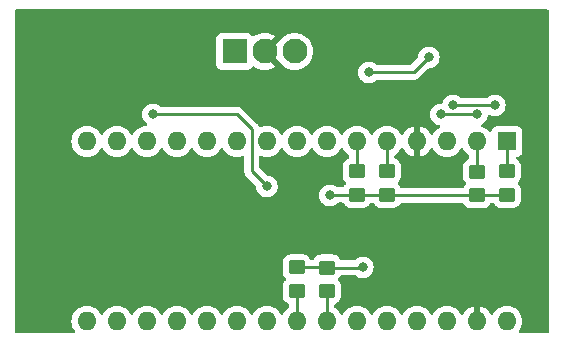
<source format=gbr>
%TF.GenerationSoftware,KiCad,Pcbnew,(6.0.10)*%
%TF.CreationDate,2023-02-04T03:27:03-05:00*%
%TF.ProjectId,lin-master,6c696e2d-6d61-4737-9465-722e6b696361,1.0*%
%TF.SameCoordinates,Original*%
%TF.FileFunction,Copper,L2,Bot*%
%TF.FilePolarity,Positive*%
%FSLAX46Y46*%
G04 Gerber Fmt 4.6, Leading zero omitted, Abs format (unit mm)*
G04 Created by KiCad (PCBNEW (6.0.10)) date 2023-02-04 03:27:03*
%MOMM*%
%LPD*%
G01*
G04 APERTURE LIST*
G04 Aperture macros list*
%AMRoundRect*
0 Rectangle with rounded corners*
0 $1 Rounding radius*
0 $2 $3 $4 $5 $6 $7 $8 $9 X,Y pos of 4 corners*
0 Add a 4 corners polygon primitive as box body*
4,1,4,$2,$3,$4,$5,$6,$7,$8,$9,$2,$3,0*
0 Add four circle primitives for the rounded corners*
1,1,$1+$1,$2,$3*
1,1,$1+$1,$4,$5*
1,1,$1+$1,$6,$7*
1,1,$1+$1,$8,$9*
0 Add four rect primitives between the rounded corners*
20,1,$1+$1,$2,$3,$4,$5,0*
20,1,$1+$1,$4,$5,$6,$7,0*
20,1,$1+$1,$6,$7,$8,$9,0*
20,1,$1+$1,$8,$9,$2,$3,0*%
G04 Aperture macros list end*
%TA.AperFunction,SMDPad,CuDef*%
%ADD10RoundRect,0.250000X-0.450000X0.350000X-0.450000X-0.350000X0.450000X-0.350000X0.450000X0.350000X0*%
%TD*%
%TA.AperFunction,ComponentPad*%
%ADD11R,2.100000X2.100000*%
%TD*%
%TA.AperFunction,ComponentPad*%
%ADD12C,2.100000*%
%TD*%
%TA.AperFunction,ComponentPad*%
%ADD13O,1.600000X1.600000*%
%TD*%
%TA.AperFunction,ComponentPad*%
%ADD14R,1.600000X1.600000*%
%TD*%
%TA.AperFunction,SMDPad,CuDef*%
%ADD15RoundRect,0.250000X0.450000X-0.350000X0.450000X0.350000X-0.450000X0.350000X-0.450000X-0.350000X0*%
%TD*%
%TA.AperFunction,ViaPad*%
%ADD16C,0.800000*%
%TD*%
%TA.AperFunction,Conductor*%
%ADD17C,0.250000*%
%TD*%
G04 APERTURE END LIST*
D10*
%TO.P,R6,1*%
%TO.N,+5V*%
X128524000Y-96790000D03*
%TO.P,R6,2*%
%TO.N,SCL5*%
X128524000Y-98790000D03*
%TD*%
%TO.P,R5,1*%
%TO.N,+5V*%
X125984000Y-96774000D03*
%TO.P,R5,2*%
%TO.N,SDA5*%
X125984000Y-98774000D03*
%TD*%
D11*
%TO.P,J2,1,Pin_1*%
%TO.N,+12V*%
X120707500Y-78486000D03*
D12*
%TO.P,J2,2,Pin_2*%
%TO.N,GND*%
X123247500Y-78486000D03*
%TO.P,J2,3,Pin_3*%
%TO.N,LIN*%
X125787500Y-78486000D03*
%TD*%
D13*
%TO.P,U1,30,VIN*%
%TO.N,+12V*%
X143764000Y-101346000D03*
%TO.P,U1,29,GND*%
%TO.N,GND*%
X141224000Y-101346000D03*
%TO.P,U1,28,~{RESET}*%
%TO.N,unconnected-(U1-Pad28)*%
X138684000Y-101346000D03*
%TO.P,U1,27,+5V*%
%TO.N,+5V*%
X136144000Y-101346000D03*
%TO.P,U1,26,A7*%
%TO.N,unconnected-(U1-Pad26)*%
X133604000Y-101346000D03*
%TO.P,U1,25,A6*%
%TO.N,unconnected-(U1-Pad25)*%
X131064000Y-101346000D03*
%TO.P,U1,24,A5*%
%TO.N,SCL5*%
X128524000Y-101346000D03*
%TO.P,U1,23,A4*%
%TO.N,SDA5*%
X125984000Y-101346000D03*
%TO.P,U1,22,A3*%
%TO.N,unconnected-(U1-Pad22)*%
X123444000Y-101346000D03*
%TO.P,U1,21,A2*%
%TO.N,unconnected-(U1-Pad21)*%
X120904000Y-101346000D03*
%TO.P,U1,20,A1*%
%TO.N,unconnected-(U1-Pad20)*%
X118364000Y-101346000D03*
%TO.P,U1,19,A0*%
%TO.N,unconnected-(U1-Pad19)*%
X115824000Y-101346000D03*
%TO.P,U1,18,AREF*%
%TO.N,unconnected-(U1-Pad18)*%
X113284000Y-101346000D03*
%TO.P,U1,17,3V3*%
%TO.N,+3V3*%
X110744000Y-101346000D03*
%TO.P,U1,16,D13*%
%TO.N,unconnected-(U1-Pad16)*%
X108204000Y-101346000D03*
%TO.P,U1,15,D12*%
%TO.N,unconnected-(U1-Pad15)*%
X108204000Y-86106000D03*
%TO.P,U1,14,D11*%
%TO.N,unconnected-(U1-Pad14)*%
X110744000Y-86106000D03*
%TO.P,U1,13,D10*%
%TO.N,unconnected-(U1-Pad13)*%
X113284000Y-86106000D03*
%TO.P,U1,12,D9*%
%TO.N,unconnected-(U1-Pad12)*%
X115824000Y-86106000D03*
%TO.P,U1,11,D8*%
%TO.N,unconnected-(U1-Pad11)*%
X118364000Y-86106000D03*
%TO.P,U1,10,D7*%
%TO.N,unconnected-(U1-Pad10)*%
X120904000Y-86106000D03*
%TO.P,U1,9,D6*%
%TO.N,unconnected-(U1-Pad9)*%
X123444000Y-86106000D03*
%TO.P,U1,8,D5*%
%TO.N,unconnected-(U1-Pad8)*%
X125984000Y-86106000D03*
%TO.P,U1,7,D4*%
%TO.N,unconnected-(U1-Pad7)*%
X128524000Y-86106000D03*
%TO.P,U1,6,D3*%
%TO.N,~{LIN_WAKE}*%
X131064000Y-86106000D03*
%TO.P,U1,5,D2*%
%TO.N,~{LIN_SLP}*%
X133604000Y-86106000D03*
%TO.P,U1,4,GND*%
%TO.N,GND*%
X136144000Y-86106000D03*
%TO.P,U1,3,~{RESET}*%
%TO.N,unconnected-(U1-Pad3)*%
X138684000Y-86106000D03*
%TO.P,U1,2,D0/RX*%
%TO.N,RXD*%
X141224000Y-86106000D03*
D14*
%TO.P,U1,1,D1/TX*%
%TO.N,TXD*%
X143764000Y-86106000D03*
%TD*%
D15*
%TO.P,R4,1*%
%TO.N,+5V*%
X131064000Y-90646000D03*
%TO.P,R4,2*%
%TO.N,~{LIN_WAKE}*%
X131064000Y-88646000D03*
%TD*%
%TO.P,R3,1*%
%TO.N,+5V*%
X133604000Y-90646000D03*
%TO.P,R3,2*%
%TO.N,~{LIN_SLP}*%
X133604000Y-88646000D03*
%TD*%
%TO.P,R2,1*%
%TO.N,+5V*%
X143764000Y-90646000D03*
%TO.P,R2,2*%
%TO.N,TXD*%
X143764000Y-88646000D03*
%TD*%
%TO.P,R1,1*%
%TO.N,+5V*%
X141224000Y-90678000D03*
%TO.P,R1,2*%
%TO.N,RXD*%
X141224000Y-88678000D03*
%TD*%
D16*
%TO.N,+5V*%
X128778000Y-90678000D03*
%TO.N,GND*%
X116078000Y-78232000D03*
%TO.N,SCL5*%
X113792000Y-83820000D03*
X123444000Y-89916000D03*
%TO.N,+5V*%
X131572000Y-96774000D03*
%TO.N,LIN*%
X132080000Y-80264000D03*
X137160000Y-78994000D03*
%TO.N,GND*%
X130302000Y-82042000D03*
X143764000Y-77978000D03*
%TO.N,~{LIN_SLP}*%
X141224000Y-83820000D03*
X138176000Y-83820000D03*
%TO.N,~{LIN_WAKE}*%
X139192000Y-83058000D03*
X142748000Y-83058000D03*
%TD*%
D17*
%TO.N,SCL5*%
X122153380Y-88625380D02*
X123444000Y-89916000D01*
X122153380Y-85069380D02*
X122153380Y-88625380D01*
X120904000Y-83820000D02*
X122153380Y-85069380D01*
X113792000Y-83820000D02*
X120904000Y-83820000D01*
%TO.N,+5V*%
X125984000Y-96774000D02*
X128508000Y-96774000D01*
X128508000Y-96774000D02*
X128524000Y-96790000D01*
X128810000Y-90646000D02*
X128778000Y-90678000D01*
X131064000Y-90646000D02*
X128810000Y-90646000D01*
X137160000Y-90678000D02*
X133636000Y-90678000D01*
X141224000Y-90678000D02*
X137160000Y-90678000D01*
X131556000Y-96790000D02*
X131572000Y-96774000D01*
X128524000Y-96790000D02*
X131556000Y-96790000D01*
%TO.N,SDA5*%
X125984000Y-98774000D02*
X125984000Y-101346000D01*
%TO.N,SCL5*%
X128524000Y-98790000D02*
X128524000Y-101346000D01*
%TO.N,+5V*%
X133604000Y-90646000D02*
X131064000Y-90646000D01*
X133636000Y-90678000D02*
X133604000Y-90646000D01*
X141256000Y-90646000D02*
X141224000Y-90678000D01*
X143764000Y-90646000D02*
X141256000Y-90646000D01*
%TO.N,TXD*%
X143764000Y-88646000D02*
X143764000Y-86106000D01*
%TO.N,RXD*%
X141224000Y-88678000D02*
X141224000Y-86106000D01*
%TO.N,~{LIN_SLP}*%
X133604000Y-88646000D02*
X133604000Y-86106000D01*
%TO.N,~{LIN_WAKE}*%
X131064000Y-88646000D02*
X131064000Y-86106000D01*
%TO.N,LIN*%
X137160000Y-78994000D02*
X135890000Y-80264000D01*
X135890000Y-80264000D02*
X132080000Y-80264000D01*
%TO.N,~{LIN_SLP}*%
X138176000Y-83820000D02*
X141224000Y-83820000D01*
%TO.N,~{LIN_WAKE}*%
X139192000Y-83058000D02*
X142748000Y-83058000D01*
%TD*%
%TA.AperFunction,Conductor*%
%TO.N,GND*%
G36*
X147261621Y-74950502D02*
G01*
X147308114Y-75004158D01*
X147319500Y-75056500D01*
X147319500Y-102235500D01*
X147299498Y-102303621D01*
X147245842Y-102350114D01*
X147193500Y-102361500D01*
X144892366Y-102361500D01*
X144824245Y-102341498D01*
X144777752Y-102287842D01*
X144767648Y-102217568D01*
X144789153Y-102163229D01*
X144898366Y-102007257D01*
X144901523Y-102002749D01*
X144903846Y-101997767D01*
X144903849Y-101997762D01*
X144995961Y-101800225D01*
X144995961Y-101800224D01*
X144998284Y-101795243D01*
X145053651Y-101588614D01*
X145056119Y-101579402D01*
X145056119Y-101579400D01*
X145057543Y-101574087D01*
X145077498Y-101346000D01*
X145057543Y-101117913D01*
X144998284Y-100896757D01*
X144903966Y-100694489D01*
X144903849Y-100694238D01*
X144903846Y-100694233D01*
X144901523Y-100689251D01*
X144770198Y-100501700D01*
X144608300Y-100339802D01*
X144603792Y-100336645D01*
X144603789Y-100336643D01*
X144451228Y-100229819D01*
X144420749Y-100208477D01*
X144415767Y-100206154D01*
X144415762Y-100206151D01*
X144218225Y-100114039D01*
X144218224Y-100114039D01*
X144213243Y-100111716D01*
X144207935Y-100110294D01*
X144207933Y-100110293D01*
X143997402Y-100053881D01*
X143997400Y-100053881D01*
X143992087Y-100052457D01*
X143764000Y-100032502D01*
X143535913Y-100052457D01*
X143530600Y-100053881D01*
X143530598Y-100053881D01*
X143320067Y-100110293D01*
X143320065Y-100110294D01*
X143314757Y-100111716D01*
X143309776Y-100114039D01*
X143309775Y-100114039D01*
X143112238Y-100206151D01*
X143112233Y-100206154D01*
X143107251Y-100208477D01*
X143076772Y-100229819D01*
X142924211Y-100336643D01*
X142924208Y-100336645D01*
X142919700Y-100339802D01*
X142757802Y-100501700D01*
X142626477Y-100689251D01*
X142624154Y-100694233D01*
X142624151Y-100694238D01*
X142607919Y-100729049D01*
X142561002Y-100782334D01*
X142492725Y-100801795D01*
X142424765Y-100781253D01*
X142379529Y-100729049D01*
X142363414Y-100694489D01*
X142357931Y-100684993D01*
X142232972Y-100506533D01*
X142225916Y-100498125D01*
X142071875Y-100344084D01*
X142063467Y-100337028D01*
X141885007Y-100212069D01*
X141875511Y-100206586D01*
X141678053Y-100114510D01*
X141667761Y-100110764D01*
X141495497Y-100064606D01*
X141481401Y-100064942D01*
X141478000Y-100072884D01*
X141478000Y-101474000D01*
X141457998Y-101542121D01*
X141404342Y-101588614D01*
X141352000Y-101600000D01*
X141096000Y-101600000D01*
X141027879Y-101579998D01*
X140981386Y-101526342D01*
X140970000Y-101474000D01*
X140970000Y-100078033D01*
X140966027Y-100064502D01*
X140957478Y-100063273D01*
X140780239Y-100110764D01*
X140769947Y-100114510D01*
X140572489Y-100206586D01*
X140562993Y-100212069D01*
X140384533Y-100337028D01*
X140376125Y-100344084D01*
X140222084Y-100498125D01*
X140215028Y-100506533D01*
X140090069Y-100684993D01*
X140084586Y-100694489D01*
X140068471Y-100729049D01*
X140021554Y-100782334D01*
X139953277Y-100801795D01*
X139885317Y-100781253D01*
X139840081Y-100729049D01*
X139823849Y-100694238D01*
X139823846Y-100694233D01*
X139821523Y-100689251D01*
X139690198Y-100501700D01*
X139528300Y-100339802D01*
X139523792Y-100336645D01*
X139523789Y-100336643D01*
X139371228Y-100229819D01*
X139340749Y-100208477D01*
X139335767Y-100206154D01*
X139335762Y-100206151D01*
X139138225Y-100114039D01*
X139138224Y-100114039D01*
X139133243Y-100111716D01*
X139127935Y-100110294D01*
X139127933Y-100110293D01*
X138917402Y-100053881D01*
X138917400Y-100053881D01*
X138912087Y-100052457D01*
X138684000Y-100032502D01*
X138455913Y-100052457D01*
X138450600Y-100053881D01*
X138450598Y-100053881D01*
X138240067Y-100110293D01*
X138240065Y-100110294D01*
X138234757Y-100111716D01*
X138229776Y-100114039D01*
X138229775Y-100114039D01*
X138032238Y-100206151D01*
X138032233Y-100206154D01*
X138027251Y-100208477D01*
X137996772Y-100229819D01*
X137844211Y-100336643D01*
X137844208Y-100336645D01*
X137839700Y-100339802D01*
X137677802Y-100501700D01*
X137546477Y-100689251D01*
X137544154Y-100694233D01*
X137544151Y-100694238D01*
X137528195Y-100728457D01*
X137481278Y-100781742D01*
X137413001Y-100801203D01*
X137345041Y-100780661D01*
X137299805Y-100728457D01*
X137283849Y-100694238D01*
X137283846Y-100694233D01*
X137281523Y-100689251D01*
X137150198Y-100501700D01*
X136988300Y-100339802D01*
X136983792Y-100336645D01*
X136983789Y-100336643D01*
X136831228Y-100229819D01*
X136800749Y-100208477D01*
X136795767Y-100206154D01*
X136795762Y-100206151D01*
X136598225Y-100114039D01*
X136598224Y-100114039D01*
X136593243Y-100111716D01*
X136587935Y-100110294D01*
X136587933Y-100110293D01*
X136377402Y-100053881D01*
X136377400Y-100053881D01*
X136372087Y-100052457D01*
X136144000Y-100032502D01*
X135915913Y-100052457D01*
X135910600Y-100053881D01*
X135910598Y-100053881D01*
X135700067Y-100110293D01*
X135700065Y-100110294D01*
X135694757Y-100111716D01*
X135689776Y-100114039D01*
X135689775Y-100114039D01*
X135492238Y-100206151D01*
X135492233Y-100206154D01*
X135487251Y-100208477D01*
X135456772Y-100229819D01*
X135304211Y-100336643D01*
X135304208Y-100336645D01*
X135299700Y-100339802D01*
X135137802Y-100501700D01*
X135006477Y-100689251D01*
X135004154Y-100694233D01*
X135004151Y-100694238D01*
X134988195Y-100728457D01*
X134941278Y-100781742D01*
X134873001Y-100801203D01*
X134805041Y-100780661D01*
X134759805Y-100728457D01*
X134743849Y-100694238D01*
X134743846Y-100694233D01*
X134741523Y-100689251D01*
X134610198Y-100501700D01*
X134448300Y-100339802D01*
X134443792Y-100336645D01*
X134443789Y-100336643D01*
X134291228Y-100229819D01*
X134260749Y-100208477D01*
X134255767Y-100206154D01*
X134255762Y-100206151D01*
X134058225Y-100114039D01*
X134058224Y-100114039D01*
X134053243Y-100111716D01*
X134047935Y-100110294D01*
X134047933Y-100110293D01*
X133837402Y-100053881D01*
X133837400Y-100053881D01*
X133832087Y-100052457D01*
X133604000Y-100032502D01*
X133375913Y-100052457D01*
X133370600Y-100053881D01*
X133370598Y-100053881D01*
X133160067Y-100110293D01*
X133160065Y-100110294D01*
X133154757Y-100111716D01*
X133149776Y-100114039D01*
X133149775Y-100114039D01*
X132952238Y-100206151D01*
X132952233Y-100206154D01*
X132947251Y-100208477D01*
X132916772Y-100229819D01*
X132764211Y-100336643D01*
X132764208Y-100336645D01*
X132759700Y-100339802D01*
X132597802Y-100501700D01*
X132466477Y-100689251D01*
X132464154Y-100694233D01*
X132464151Y-100694238D01*
X132448195Y-100728457D01*
X132401278Y-100781742D01*
X132333001Y-100801203D01*
X132265041Y-100780661D01*
X132219805Y-100728457D01*
X132203849Y-100694238D01*
X132203846Y-100694233D01*
X132201523Y-100689251D01*
X132070198Y-100501700D01*
X131908300Y-100339802D01*
X131903792Y-100336645D01*
X131903789Y-100336643D01*
X131751228Y-100229819D01*
X131720749Y-100208477D01*
X131715767Y-100206154D01*
X131715762Y-100206151D01*
X131518225Y-100114039D01*
X131518224Y-100114039D01*
X131513243Y-100111716D01*
X131507935Y-100110294D01*
X131507933Y-100110293D01*
X131297402Y-100053881D01*
X131297400Y-100053881D01*
X131292087Y-100052457D01*
X131064000Y-100032502D01*
X130835913Y-100052457D01*
X130830600Y-100053881D01*
X130830598Y-100053881D01*
X130620067Y-100110293D01*
X130620065Y-100110294D01*
X130614757Y-100111716D01*
X130609776Y-100114039D01*
X130609775Y-100114039D01*
X130412238Y-100206151D01*
X130412233Y-100206154D01*
X130407251Y-100208477D01*
X130376772Y-100229819D01*
X130224211Y-100336643D01*
X130224208Y-100336645D01*
X130219700Y-100339802D01*
X130057802Y-100501700D01*
X129926477Y-100689251D01*
X129924154Y-100694233D01*
X129924151Y-100694238D01*
X129908195Y-100728457D01*
X129861278Y-100781742D01*
X129793001Y-100801203D01*
X129725041Y-100780661D01*
X129679805Y-100728457D01*
X129663849Y-100694238D01*
X129663846Y-100694233D01*
X129661523Y-100689251D01*
X129530198Y-100501700D01*
X129368300Y-100339802D01*
X129363792Y-100336645D01*
X129363789Y-100336643D01*
X129211229Y-100229819D01*
X129166901Y-100174362D01*
X129157500Y-100126606D01*
X129157500Y-99969197D01*
X129177502Y-99901076D01*
X129231158Y-99854583D01*
X129243623Y-99849674D01*
X129291002Y-99833867D01*
X129291004Y-99833866D01*
X129297946Y-99831550D01*
X129320058Y-99817867D01*
X129442120Y-99742332D01*
X129448348Y-99738478D01*
X129573305Y-99613303D01*
X129579975Y-99602483D01*
X129662275Y-99468968D01*
X129662276Y-99468966D01*
X129666115Y-99462738D01*
X129721797Y-99294861D01*
X129723437Y-99278861D01*
X129732172Y-99193598D01*
X129732500Y-99190400D01*
X129732500Y-98389600D01*
X129721526Y-98283834D01*
X129716624Y-98269139D01*
X129667868Y-98123002D01*
X129665550Y-98116054D01*
X129572478Y-97965652D01*
X129485891Y-97879216D01*
X129451812Y-97816934D01*
X129456815Y-97746114D01*
X129485736Y-97701025D01*
X129568134Y-97618483D01*
X129573305Y-97613303D01*
X129579975Y-97602483D01*
X129653389Y-97483384D01*
X129706162Y-97435890D01*
X129760649Y-97423500D01*
X130880797Y-97423500D01*
X130948918Y-97443502D01*
X130959790Y-97451804D01*
X130960747Y-97452866D01*
X131115248Y-97565118D01*
X131121276Y-97567802D01*
X131121278Y-97567803D01*
X131283681Y-97640109D01*
X131289712Y-97642794D01*
X131383113Y-97662647D01*
X131470056Y-97681128D01*
X131470061Y-97681128D01*
X131476513Y-97682500D01*
X131667487Y-97682500D01*
X131673939Y-97681128D01*
X131673944Y-97681128D01*
X131760887Y-97662647D01*
X131854288Y-97642794D01*
X131860319Y-97640109D01*
X132022722Y-97567803D01*
X132022724Y-97567802D01*
X132028752Y-97565118D01*
X132183253Y-97452866D01*
X132311040Y-97310944D01*
X132369314Y-97210010D01*
X132403223Y-97151279D01*
X132403224Y-97151278D01*
X132406527Y-97145556D01*
X132465542Y-96963928D01*
X132485504Y-96774000D01*
X132465542Y-96584072D01*
X132406527Y-96402444D01*
X132311040Y-96237056D01*
X132202090Y-96116054D01*
X132187675Y-96100045D01*
X132187674Y-96100044D01*
X132183253Y-96095134D01*
X132028752Y-95982882D01*
X132022724Y-95980198D01*
X132022722Y-95980197D01*
X131860319Y-95907891D01*
X131860318Y-95907891D01*
X131854288Y-95905206D01*
X131760888Y-95885353D01*
X131673944Y-95866872D01*
X131673939Y-95866872D01*
X131667487Y-95865500D01*
X131476513Y-95865500D01*
X131470061Y-95866872D01*
X131470056Y-95866872D01*
X131383112Y-95885353D01*
X131289712Y-95905206D01*
X131283682Y-95907891D01*
X131283681Y-95907891D01*
X131121278Y-95980197D01*
X131121276Y-95980198D01*
X131115248Y-95982882D01*
X130960747Y-96095134D01*
X130943029Y-96114812D01*
X130882586Y-96152050D01*
X130849395Y-96156500D01*
X129760781Y-96156500D01*
X129692660Y-96136498D01*
X129653637Y-96096803D01*
X129576332Y-95971880D01*
X129572478Y-95965652D01*
X129447303Y-95840695D01*
X129422688Y-95825522D01*
X129302968Y-95751725D01*
X129302966Y-95751724D01*
X129296738Y-95747885D01*
X129136254Y-95694655D01*
X129135389Y-95694368D01*
X129135387Y-95694368D01*
X129128861Y-95692203D01*
X129122025Y-95691503D01*
X129122022Y-95691502D01*
X129078969Y-95687091D01*
X129024400Y-95681500D01*
X128023600Y-95681500D01*
X128020354Y-95681837D01*
X128020350Y-95681837D01*
X127924692Y-95691762D01*
X127924688Y-95691763D01*
X127917834Y-95692474D01*
X127911298Y-95694655D01*
X127911296Y-95694655D01*
X127799705Y-95731885D01*
X127750054Y-95748450D01*
X127599652Y-95841522D01*
X127474695Y-95966697D01*
X127470855Y-95972927D01*
X127470854Y-95972928D01*
X127404474Y-96080616D01*
X127351702Y-96128109D01*
X127297214Y-96140500D01*
X127220781Y-96140500D01*
X127152660Y-96120498D01*
X127113637Y-96080803D01*
X127036332Y-95955880D01*
X127032478Y-95949652D01*
X126907303Y-95824695D01*
X126789867Y-95752306D01*
X126762968Y-95735725D01*
X126762966Y-95735724D01*
X126756738Y-95731885D01*
X126676995Y-95705436D01*
X126595389Y-95678368D01*
X126595387Y-95678368D01*
X126588861Y-95676203D01*
X126582025Y-95675503D01*
X126582022Y-95675502D01*
X126538969Y-95671091D01*
X126484400Y-95665500D01*
X125483600Y-95665500D01*
X125480354Y-95665837D01*
X125480350Y-95665837D01*
X125384692Y-95675762D01*
X125384688Y-95675763D01*
X125377834Y-95676474D01*
X125371298Y-95678655D01*
X125371296Y-95678655D01*
X125329876Y-95692474D01*
X125210054Y-95732450D01*
X125059652Y-95825522D01*
X124934695Y-95950697D01*
X124930855Y-95956927D01*
X124930854Y-95956928D01*
X124912464Y-95986763D01*
X124841885Y-96101262D01*
X124786203Y-96269139D01*
X124775500Y-96373600D01*
X124775500Y-97174400D01*
X124786474Y-97280166D01*
X124788655Y-97286702D01*
X124788655Y-97286704D01*
X124796742Y-97310944D01*
X124842450Y-97447946D01*
X124935522Y-97598348D01*
X125018447Y-97681128D01*
X125022109Y-97684784D01*
X125056188Y-97747066D01*
X125051185Y-97817886D01*
X125022264Y-97862975D01*
X124946940Y-97938431D01*
X124934695Y-97950697D01*
X124930855Y-97956927D01*
X124930854Y-97956928D01*
X124920992Y-97972928D01*
X124841885Y-98101262D01*
X124786203Y-98269139D01*
X124785503Y-98275975D01*
X124785502Y-98275978D01*
X124783995Y-98290692D01*
X124775500Y-98373600D01*
X124775500Y-99174400D01*
X124786474Y-99280166D01*
X124788655Y-99286702D01*
X124788655Y-99286704D01*
X124807769Y-99343995D01*
X124842450Y-99447946D01*
X124935522Y-99598348D01*
X125060697Y-99723305D01*
X125066927Y-99727145D01*
X125066928Y-99727146D01*
X125086654Y-99739305D01*
X125211262Y-99816115D01*
X125259501Y-99832115D01*
X125264168Y-99833663D01*
X125322527Y-99874094D01*
X125349764Y-99939658D01*
X125350500Y-99953256D01*
X125350500Y-100126606D01*
X125330498Y-100194727D01*
X125296771Y-100229819D01*
X125144211Y-100336643D01*
X125144208Y-100336645D01*
X125139700Y-100339802D01*
X124977802Y-100501700D01*
X124846477Y-100689251D01*
X124844154Y-100694233D01*
X124844151Y-100694238D01*
X124828195Y-100728457D01*
X124781278Y-100781742D01*
X124713001Y-100801203D01*
X124645041Y-100780661D01*
X124599805Y-100728457D01*
X124583849Y-100694238D01*
X124583846Y-100694233D01*
X124581523Y-100689251D01*
X124450198Y-100501700D01*
X124288300Y-100339802D01*
X124283792Y-100336645D01*
X124283789Y-100336643D01*
X124131228Y-100229819D01*
X124100749Y-100208477D01*
X124095767Y-100206154D01*
X124095762Y-100206151D01*
X123898225Y-100114039D01*
X123898224Y-100114039D01*
X123893243Y-100111716D01*
X123887935Y-100110294D01*
X123887933Y-100110293D01*
X123677402Y-100053881D01*
X123677400Y-100053881D01*
X123672087Y-100052457D01*
X123444000Y-100032502D01*
X123215913Y-100052457D01*
X123210600Y-100053881D01*
X123210598Y-100053881D01*
X123000067Y-100110293D01*
X123000065Y-100110294D01*
X122994757Y-100111716D01*
X122989776Y-100114039D01*
X122989775Y-100114039D01*
X122792238Y-100206151D01*
X122792233Y-100206154D01*
X122787251Y-100208477D01*
X122756772Y-100229819D01*
X122604211Y-100336643D01*
X122604208Y-100336645D01*
X122599700Y-100339802D01*
X122437802Y-100501700D01*
X122306477Y-100689251D01*
X122304154Y-100694233D01*
X122304151Y-100694238D01*
X122288195Y-100728457D01*
X122241278Y-100781742D01*
X122173001Y-100801203D01*
X122105041Y-100780661D01*
X122059805Y-100728457D01*
X122043849Y-100694238D01*
X122043846Y-100694233D01*
X122041523Y-100689251D01*
X121910198Y-100501700D01*
X121748300Y-100339802D01*
X121743792Y-100336645D01*
X121743789Y-100336643D01*
X121591228Y-100229819D01*
X121560749Y-100208477D01*
X121555767Y-100206154D01*
X121555762Y-100206151D01*
X121358225Y-100114039D01*
X121358224Y-100114039D01*
X121353243Y-100111716D01*
X121347935Y-100110294D01*
X121347933Y-100110293D01*
X121137402Y-100053881D01*
X121137400Y-100053881D01*
X121132087Y-100052457D01*
X120904000Y-100032502D01*
X120675913Y-100052457D01*
X120670600Y-100053881D01*
X120670598Y-100053881D01*
X120460067Y-100110293D01*
X120460065Y-100110294D01*
X120454757Y-100111716D01*
X120449776Y-100114039D01*
X120449775Y-100114039D01*
X120252238Y-100206151D01*
X120252233Y-100206154D01*
X120247251Y-100208477D01*
X120216772Y-100229819D01*
X120064211Y-100336643D01*
X120064208Y-100336645D01*
X120059700Y-100339802D01*
X119897802Y-100501700D01*
X119766477Y-100689251D01*
X119764154Y-100694233D01*
X119764151Y-100694238D01*
X119748195Y-100728457D01*
X119701278Y-100781742D01*
X119633001Y-100801203D01*
X119565041Y-100780661D01*
X119519805Y-100728457D01*
X119503849Y-100694238D01*
X119503846Y-100694233D01*
X119501523Y-100689251D01*
X119370198Y-100501700D01*
X119208300Y-100339802D01*
X119203792Y-100336645D01*
X119203789Y-100336643D01*
X119051228Y-100229819D01*
X119020749Y-100208477D01*
X119015767Y-100206154D01*
X119015762Y-100206151D01*
X118818225Y-100114039D01*
X118818224Y-100114039D01*
X118813243Y-100111716D01*
X118807935Y-100110294D01*
X118807933Y-100110293D01*
X118597402Y-100053881D01*
X118597400Y-100053881D01*
X118592087Y-100052457D01*
X118364000Y-100032502D01*
X118135913Y-100052457D01*
X118130600Y-100053881D01*
X118130598Y-100053881D01*
X117920067Y-100110293D01*
X117920065Y-100110294D01*
X117914757Y-100111716D01*
X117909776Y-100114039D01*
X117909775Y-100114039D01*
X117712238Y-100206151D01*
X117712233Y-100206154D01*
X117707251Y-100208477D01*
X117676772Y-100229819D01*
X117524211Y-100336643D01*
X117524208Y-100336645D01*
X117519700Y-100339802D01*
X117357802Y-100501700D01*
X117226477Y-100689251D01*
X117224154Y-100694233D01*
X117224151Y-100694238D01*
X117208195Y-100728457D01*
X117161278Y-100781742D01*
X117093001Y-100801203D01*
X117025041Y-100780661D01*
X116979805Y-100728457D01*
X116963849Y-100694238D01*
X116963846Y-100694233D01*
X116961523Y-100689251D01*
X116830198Y-100501700D01*
X116668300Y-100339802D01*
X116663792Y-100336645D01*
X116663789Y-100336643D01*
X116511228Y-100229819D01*
X116480749Y-100208477D01*
X116475767Y-100206154D01*
X116475762Y-100206151D01*
X116278225Y-100114039D01*
X116278224Y-100114039D01*
X116273243Y-100111716D01*
X116267935Y-100110294D01*
X116267933Y-100110293D01*
X116057402Y-100053881D01*
X116057400Y-100053881D01*
X116052087Y-100052457D01*
X115824000Y-100032502D01*
X115595913Y-100052457D01*
X115590600Y-100053881D01*
X115590598Y-100053881D01*
X115380067Y-100110293D01*
X115380065Y-100110294D01*
X115374757Y-100111716D01*
X115369776Y-100114039D01*
X115369775Y-100114039D01*
X115172238Y-100206151D01*
X115172233Y-100206154D01*
X115167251Y-100208477D01*
X115136772Y-100229819D01*
X114984211Y-100336643D01*
X114984208Y-100336645D01*
X114979700Y-100339802D01*
X114817802Y-100501700D01*
X114686477Y-100689251D01*
X114684154Y-100694233D01*
X114684151Y-100694238D01*
X114668195Y-100728457D01*
X114621278Y-100781742D01*
X114553001Y-100801203D01*
X114485041Y-100780661D01*
X114439805Y-100728457D01*
X114423849Y-100694238D01*
X114423846Y-100694233D01*
X114421523Y-100689251D01*
X114290198Y-100501700D01*
X114128300Y-100339802D01*
X114123792Y-100336645D01*
X114123789Y-100336643D01*
X113971228Y-100229819D01*
X113940749Y-100208477D01*
X113935767Y-100206154D01*
X113935762Y-100206151D01*
X113738225Y-100114039D01*
X113738224Y-100114039D01*
X113733243Y-100111716D01*
X113727935Y-100110294D01*
X113727933Y-100110293D01*
X113517402Y-100053881D01*
X113517400Y-100053881D01*
X113512087Y-100052457D01*
X113284000Y-100032502D01*
X113055913Y-100052457D01*
X113050600Y-100053881D01*
X113050598Y-100053881D01*
X112840067Y-100110293D01*
X112840065Y-100110294D01*
X112834757Y-100111716D01*
X112829776Y-100114039D01*
X112829775Y-100114039D01*
X112632238Y-100206151D01*
X112632233Y-100206154D01*
X112627251Y-100208477D01*
X112596772Y-100229819D01*
X112444211Y-100336643D01*
X112444208Y-100336645D01*
X112439700Y-100339802D01*
X112277802Y-100501700D01*
X112146477Y-100689251D01*
X112144154Y-100694233D01*
X112144151Y-100694238D01*
X112128195Y-100728457D01*
X112081278Y-100781742D01*
X112013001Y-100801203D01*
X111945041Y-100780661D01*
X111899805Y-100728457D01*
X111883849Y-100694238D01*
X111883846Y-100694233D01*
X111881523Y-100689251D01*
X111750198Y-100501700D01*
X111588300Y-100339802D01*
X111583792Y-100336645D01*
X111583789Y-100336643D01*
X111431228Y-100229819D01*
X111400749Y-100208477D01*
X111395767Y-100206154D01*
X111395762Y-100206151D01*
X111198225Y-100114039D01*
X111198224Y-100114039D01*
X111193243Y-100111716D01*
X111187935Y-100110294D01*
X111187933Y-100110293D01*
X110977402Y-100053881D01*
X110977400Y-100053881D01*
X110972087Y-100052457D01*
X110744000Y-100032502D01*
X110515913Y-100052457D01*
X110510600Y-100053881D01*
X110510598Y-100053881D01*
X110300067Y-100110293D01*
X110300065Y-100110294D01*
X110294757Y-100111716D01*
X110289776Y-100114039D01*
X110289775Y-100114039D01*
X110092238Y-100206151D01*
X110092233Y-100206154D01*
X110087251Y-100208477D01*
X110056772Y-100229819D01*
X109904211Y-100336643D01*
X109904208Y-100336645D01*
X109899700Y-100339802D01*
X109737802Y-100501700D01*
X109606477Y-100689251D01*
X109604154Y-100694233D01*
X109604151Y-100694238D01*
X109588195Y-100728457D01*
X109541278Y-100781742D01*
X109473001Y-100801203D01*
X109405041Y-100780661D01*
X109359805Y-100728457D01*
X109343849Y-100694238D01*
X109343846Y-100694233D01*
X109341523Y-100689251D01*
X109210198Y-100501700D01*
X109048300Y-100339802D01*
X109043792Y-100336645D01*
X109043789Y-100336643D01*
X108891228Y-100229819D01*
X108860749Y-100208477D01*
X108855767Y-100206154D01*
X108855762Y-100206151D01*
X108658225Y-100114039D01*
X108658224Y-100114039D01*
X108653243Y-100111716D01*
X108647935Y-100110294D01*
X108647933Y-100110293D01*
X108437402Y-100053881D01*
X108437400Y-100053881D01*
X108432087Y-100052457D01*
X108204000Y-100032502D01*
X107975913Y-100052457D01*
X107970600Y-100053881D01*
X107970598Y-100053881D01*
X107760067Y-100110293D01*
X107760065Y-100110294D01*
X107754757Y-100111716D01*
X107749776Y-100114039D01*
X107749775Y-100114039D01*
X107552238Y-100206151D01*
X107552233Y-100206154D01*
X107547251Y-100208477D01*
X107516772Y-100229819D01*
X107364211Y-100336643D01*
X107364208Y-100336645D01*
X107359700Y-100339802D01*
X107197802Y-100501700D01*
X107066477Y-100689251D01*
X107064154Y-100694233D01*
X107064151Y-100694238D01*
X107064034Y-100694489D01*
X106969716Y-100896757D01*
X106910457Y-101117913D01*
X106890502Y-101346000D01*
X106910457Y-101574087D01*
X106911881Y-101579400D01*
X106911881Y-101579402D01*
X106914350Y-101588614D01*
X106969716Y-101795243D01*
X106972039Y-101800224D01*
X106972039Y-101800225D01*
X107064151Y-101997762D01*
X107064154Y-101997767D01*
X107066477Y-102002749D01*
X107069634Y-102007257D01*
X107178847Y-102163229D01*
X107201535Y-102230503D01*
X107184250Y-102299363D01*
X107132481Y-102347948D01*
X107075634Y-102361500D01*
X102234500Y-102361500D01*
X102166379Y-102341498D01*
X102119886Y-102287842D01*
X102108500Y-102235500D01*
X102108500Y-86106000D01*
X106890502Y-86106000D01*
X106910457Y-86334087D01*
X106969716Y-86555243D01*
X106972039Y-86560224D01*
X106972039Y-86560225D01*
X107064151Y-86757762D01*
X107064154Y-86757767D01*
X107066477Y-86762749D01*
X107197802Y-86950300D01*
X107359700Y-87112198D01*
X107364208Y-87115355D01*
X107364211Y-87115357D01*
X107405542Y-87144297D01*
X107547251Y-87243523D01*
X107552233Y-87245846D01*
X107552238Y-87245849D01*
X107745928Y-87336167D01*
X107754757Y-87340284D01*
X107760065Y-87341706D01*
X107760067Y-87341707D01*
X107970598Y-87398119D01*
X107970600Y-87398119D01*
X107975913Y-87399543D01*
X108204000Y-87419498D01*
X108432087Y-87399543D01*
X108437400Y-87398119D01*
X108437402Y-87398119D01*
X108647933Y-87341707D01*
X108647935Y-87341706D01*
X108653243Y-87340284D01*
X108662072Y-87336167D01*
X108855762Y-87245849D01*
X108855767Y-87245846D01*
X108860749Y-87243523D01*
X109002458Y-87144297D01*
X109043789Y-87115357D01*
X109043792Y-87115355D01*
X109048300Y-87112198D01*
X109210198Y-86950300D01*
X109341523Y-86762749D01*
X109343846Y-86757767D01*
X109343849Y-86757762D01*
X109359805Y-86723543D01*
X109406722Y-86670258D01*
X109474999Y-86650797D01*
X109542959Y-86671339D01*
X109588195Y-86723543D01*
X109604151Y-86757762D01*
X109604154Y-86757767D01*
X109606477Y-86762749D01*
X109737802Y-86950300D01*
X109899700Y-87112198D01*
X109904208Y-87115355D01*
X109904211Y-87115357D01*
X109945542Y-87144297D01*
X110087251Y-87243523D01*
X110092233Y-87245846D01*
X110092238Y-87245849D01*
X110285928Y-87336167D01*
X110294757Y-87340284D01*
X110300065Y-87341706D01*
X110300067Y-87341707D01*
X110510598Y-87398119D01*
X110510600Y-87398119D01*
X110515913Y-87399543D01*
X110744000Y-87419498D01*
X110972087Y-87399543D01*
X110977400Y-87398119D01*
X110977402Y-87398119D01*
X111187933Y-87341707D01*
X111187935Y-87341706D01*
X111193243Y-87340284D01*
X111202072Y-87336167D01*
X111395762Y-87245849D01*
X111395767Y-87245846D01*
X111400749Y-87243523D01*
X111542458Y-87144297D01*
X111583789Y-87115357D01*
X111583792Y-87115355D01*
X111588300Y-87112198D01*
X111750198Y-86950300D01*
X111881523Y-86762749D01*
X111883846Y-86757767D01*
X111883849Y-86757762D01*
X111899805Y-86723543D01*
X111946722Y-86670258D01*
X112014999Y-86650797D01*
X112082959Y-86671339D01*
X112128195Y-86723543D01*
X112144151Y-86757762D01*
X112144154Y-86757767D01*
X112146477Y-86762749D01*
X112277802Y-86950300D01*
X112439700Y-87112198D01*
X112444208Y-87115355D01*
X112444211Y-87115357D01*
X112485542Y-87144297D01*
X112627251Y-87243523D01*
X112632233Y-87245846D01*
X112632238Y-87245849D01*
X112825928Y-87336167D01*
X112834757Y-87340284D01*
X112840065Y-87341706D01*
X112840067Y-87341707D01*
X113050598Y-87398119D01*
X113050600Y-87398119D01*
X113055913Y-87399543D01*
X113284000Y-87419498D01*
X113512087Y-87399543D01*
X113517400Y-87398119D01*
X113517402Y-87398119D01*
X113727933Y-87341707D01*
X113727935Y-87341706D01*
X113733243Y-87340284D01*
X113742072Y-87336167D01*
X113935762Y-87245849D01*
X113935767Y-87245846D01*
X113940749Y-87243523D01*
X114082458Y-87144297D01*
X114123789Y-87115357D01*
X114123792Y-87115355D01*
X114128300Y-87112198D01*
X114290198Y-86950300D01*
X114421523Y-86762749D01*
X114423846Y-86757767D01*
X114423849Y-86757762D01*
X114439805Y-86723543D01*
X114486722Y-86670258D01*
X114554999Y-86650797D01*
X114622959Y-86671339D01*
X114668195Y-86723543D01*
X114684151Y-86757762D01*
X114684154Y-86757767D01*
X114686477Y-86762749D01*
X114817802Y-86950300D01*
X114979700Y-87112198D01*
X114984208Y-87115355D01*
X114984211Y-87115357D01*
X115025542Y-87144297D01*
X115167251Y-87243523D01*
X115172233Y-87245846D01*
X115172238Y-87245849D01*
X115365928Y-87336167D01*
X115374757Y-87340284D01*
X115380065Y-87341706D01*
X115380067Y-87341707D01*
X115590598Y-87398119D01*
X115590600Y-87398119D01*
X115595913Y-87399543D01*
X115824000Y-87419498D01*
X116052087Y-87399543D01*
X116057400Y-87398119D01*
X116057402Y-87398119D01*
X116267933Y-87341707D01*
X116267935Y-87341706D01*
X116273243Y-87340284D01*
X116282072Y-87336167D01*
X116475762Y-87245849D01*
X116475767Y-87245846D01*
X116480749Y-87243523D01*
X116622458Y-87144297D01*
X116663789Y-87115357D01*
X116663792Y-87115355D01*
X116668300Y-87112198D01*
X116830198Y-86950300D01*
X116961523Y-86762749D01*
X116963846Y-86757767D01*
X116963849Y-86757762D01*
X116979805Y-86723543D01*
X117026722Y-86670258D01*
X117094999Y-86650797D01*
X117162959Y-86671339D01*
X117208195Y-86723543D01*
X117224151Y-86757762D01*
X117224154Y-86757767D01*
X117226477Y-86762749D01*
X117357802Y-86950300D01*
X117519700Y-87112198D01*
X117524208Y-87115355D01*
X117524211Y-87115357D01*
X117565542Y-87144297D01*
X117707251Y-87243523D01*
X117712233Y-87245846D01*
X117712238Y-87245849D01*
X117905928Y-87336167D01*
X117914757Y-87340284D01*
X117920065Y-87341706D01*
X117920067Y-87341707D01*
X118130598Y-87398119D01*
X118130600Y-87398119D01*
X118135913Y-87399543D01*
X118364000Y-87419498D01*
X118592087Y-87399543D01*
X118597400Y-87398119D01*
X118597402Y-87398119D01*
X118807933Y-87341707D01*
X118807935Y-87341706D01*
X118813243Y-87340284D01*
X118822072Y-87336167D01*
X119015762Y-87245849D01*
X119015767Y-87245846D01*
X119020749Y-87243523D01*
X119162458Y-87144297D01*
X119203789Y-87115357D01*
X119203792Y-87115355D01*
X119208300Y-87112198D01*
X119370198Y-86950300D01*
X119501523Y-86762749D01*
X119503846Y-86757767D01*
X119503849Y-86757762D01*
X119519805Y-86723543D01*
X119566722Y-86670258D01*
X119634999Y-86650797D01*
X119702959Y-86671339D01*
X119748195Y-86723543D01*
X119764151Y-86757762D01*
X119764154Y-86757767D01*
X119766477Y-86762749D01*
X119897802Y-86950300D01*
X120059700Y-87112198D01*
X120064208Y-87115355D01*
X120064211Y-87115357D01*
X120105542Y-87144297D01*
X120247251Y-87243523D01*
X120252233Y-87245846D01*
X120252238Y-87245849D01*
X120445928Y-87336167D01*
X120454757Y-87340284D01*
X120460065Y-87341706D01*
X120460067Y-87341707D01*
X120670598Y-87398119D01*
X120670600Y-87398119D01*
X120675913Y-87399543D01*
X120904000Y-87419498D01*
X121132087Y-87399543D01*
X121137400Y-87398119D01*
X121137402Y-87398119D01*
X121227537Y-87373967D01*
X121353243Y-87340284D01*
X121353303Y-87340508D01*
X121421642Y-87336167D01*
X121483682Y-87370686D01*
X121517210Y-87433267D01*
X121519880Y-87459070D01*
X121519880Y-88546613D01*
X121519353Y-88557796D01*
X121517678Y-88565289D01*
X121517927Y-88573215D01*
X121517927Y-88573216D01*
X121519818Y-88633366D01*
X121519880Y-88637325D01*
X121519880Y-88665236D01*
X121520377Y-88669170D01*
X121520377Y-88669171D01*
X121520385Y-88669236D01*
X121521318Y-88681073D01*
X121522707Y-88725269D01*
X121528358Y-88744719D01*
X121532367Y-88764080D01*
X121534906Y-88784177D01*
X121537825Y-88791548D01*
X121537825Y-88791550D01*
X121551184Y-88825292D01*
X121555029Y-88836522D01*
X121567362Y-88878973D01*
X121571395Y-88885792D01*
X121571397Y-88885797D01*
X121577673Y-88896408D01*
X121586368Y-88914156D01*
X121593828Y-88932997D01*
X121598490Y-88939413D01*
X121598490Y-88939414D01*
X121619816Y-88968767D01*
X121626332Y-88978687D01*
X121644184Y-89008872D01*
X121648838Y-89016742D01*
X121663159Y-89031063D01*
X121675999Y-89046096D01*
X121687908Y-89062487D01*
X121711072Y-89081650D01*
X121721985Y-89090678D01*
X121730764Y-89098668D01*
X122496878Y-89864782D01*
X122530904Y-89927094D01*
X122533092Y-89940703D01*
X122537118Y-89979002D01*
X122542700Y-90032110D01*
X122550458Y-90105928D01*
X122609473Y-90287556D01*
X122704960Y-90452944D01*
X122709378Y-90457851D01*
X122709379Y-90457852D01*
X122736589Y-90488072D01*
X122832747Y-90594866D01*
X122931843Y-90666864D01*
X122956207Y-90684565D01*
X122987248Y-90707118D01*
X122993276Y-90709802D01*
X122993278Y-90709803D01*
X123155681Y-90782109D01*
X123161712Y-90784794D01*
X123255112Y-90804647D01*
X123342056Y-90823128D01*
X123342061Y-90823128D01*
X123348513Y-90824500D01*
X123539487Y-90824500D01*
X123545939Y-90823128D01*
X123545944Y-90823128D01*
X123632888Y-90804647D01*
X123726288Y-90784794D01*
X123732319Y-90782109D01*
X123894722Y-90709803D01*
X123894724Y-90709802D01*
X123900752Y-90707118D01*
X123931794Y-90684565D01*
X123956157Y-90666864D01*
X124055253Y-90594866D01*
X124151411Y-90488072D01*
X124178621Y-90457852D01*
X124178622Y-90457851D01*
X124183040Y-90452944D01*
X124278527Y-90287556D01*
X124337542Y-90105928D01*
X124345301Y-90032110D01*
X124356814Y-89922565D01*
X124357504Y-89916000D01*
X124350951Y-89853652D01*
X124338232Y-89732635D01*
X124338232Y-89732633D01*
X124337542Y-89726072D01*
X124278527Y-89544444D01*
X124257210Y-89507521D01*
X124186341Y-89384774D01*
X124183040Y-89379056D01*
X124157543Y-89350738D01*
X124059675Y-89242045D01*
X124059674Y-89242044D01*
X124055253Y-89237134D01*
X123900752Y-89124882D01*
X123894724Y-89122198D01*
X123894722Y-89122197D01*
X123732319Y-89049891D01*
X123732318Y-89049891D01*
X123726288Y-89047206D01*
X123632887Y-89027353D01*
X123545944Y-89008872D01*
X123545939Y-89008872D01*
X123539487Y-89007500D01*
X123483595Y-89007500D01*
X123415474Y-88987498D01*
X123394500Y-88970595D01*
X122823785Y-88399880D01*
X122789759Y-88337568D01*
X122786880Y-88310785D01*
X122786880Y-87441130D01*
X122806882Y-87373009D01*
X122860538Y-87326516D01*
X122930812Y-87316412D01*
X122966129Y-87326935D01*
X122994757Y-87340284D01*
X123000065Y-87341706D01*
X123000067Y-87341707D01*
X123210598Y-87398119D01*
X123210600Y-87398119D01*
X123215913Y-87399543D01*
X123444000Y-87419498D01*
X123672087Y-87399543D01*
X123677400Y-87398119D01*
X123677402Y-87398119D01*
X123887933Y-87341707D01*
X123887935Y-87341706D01*
X123893243Y-87340284D01*
X123902072Y-87336167D01*
X124095762Y-87245849D01*
X124095767Y-87245846D01*
X124100749Y-87243523D01*
X124242458Y-87144297D01*
X124283789Y-87115357D01*
X124283792Y-87115355D01*
X124288300Y-87112198D01*
X124450198Y-86950300D01*
X124581523Y-86762749D01*
X124583846Y-86757767D01*
X124583849Y-86757762D01*
X124599805Y-86723543D01*
X124646722Y-86670258D01*
X124714999Y-86650797D01*
X124782959Y-86671339D01*
X124828195Y-86723543D01*
X124844151Y-86757762D01*
X124844154Y-86757767D01*
X124846477Y-86762749D01*
X124977802Y-86950300D01*
X125139700Y-87112198D01*
X125144208Y-87115355D01*
X125144211Y-87115357D01*
X125185542Y-87144297D01*
X125327251Y-87243523D01*
X125332233Y-87245846D01*
X125332238Y-87245849D01*
X125525928Y-87336167D01*
X125534757Y-87340284D01*
X125540065Y-87341706D01*
X125540067Y-87341707D01*
X125750598Y-87398119D01*
X125750600Y-87398119D01*
X125755913Y-87399543D01*
X125984000Y-87419498D01*
X126212087Y-87399543D01*
X126217400Y-87398119D01*
X126217402Y-87398119D01*
X126427933Y-87341707D01*
X126427935Y-87341706D01*
X126433243Y-87340284D01*
X126442072Y-87336167D01*
X126635762Y-87245849D01*
X126635767Y-87245846D01*
X126640749Y-87243523D01*
X126782458Y-87144297D01*
X126823789Y-87115357D01*
X126823792Y-87115355D01*
X126828300Y-87112198D01*
X126990198Y-86950300D01*
X127121523Y-86762749D01*
X127123846Y-86757767D01*
X127123849Y-86757762D01*
X127139805Y-86723543D01*
X127186722Y-86670258D01*
X127254999Y-86650797D01*
X127322959Y-86671339D01*
X127368195Y-86723543D01*
X127384151Y-86757762D01*
X127384154Y-86757767D01*
X127386477Y-86762749D01*
X127517802Y-86950300D01*
X127679700Y-87112198D01*
X127684208Y-87115355D01*
X127684211Y-87115357D01*
X127725542Y-87144297D01*
X127867251Y-87243523D01*
X127872233Y-87245846D01*
X127872238Y-87245849D01*
X128065928Y-87336167D01*
X128074757Y-87340284D01*
X128080065Y-87341706D01*
X128080067Y-87341707D01*
X128290598Y-87398119D01*
X128290600Y-87398119D01*
X128295913Y-87399543D01*
X128524000Y-87419498D01*
X128752087Y-87399543D01*
X128757400Y-87398119D01*
X128757402Y-87398119D01*
X128967933Y-87341707D01*
X128967935Y-87341706D01*
X128973243Y-87340284D01*
X128982072Y-87336167D01*
X129175762Y-87245849D01*
X129175767Y-87245846D01*
X129180749Y-87243523D01*
X129322458Y-87144297D01*
X129363789Y-87115357D01*
X129363792Y-87115355D01*
X129368300Y-87112198D01*
X129530198Y-86950300D01*
X129661523Y-86762749D01*
X129663846Y-86757767D01*
X129663849Y-86757762D01*
X129679805Y-86723543D01*
X129726722Y-86670258D01*
X129794999Y-86650797D01*
X129862959Y-86671339D01*
X129908195Y-86723543D01*
X129924151Y-86757762D01*
X129924154Y-86757767D01*
X129926477Y-86762749D01*
X130057802Y-86950300D01*
X130219700Y-87112198D01*
X130224208Y-87115355D01*
X130224211Y-87115357D01*
X130376771Y-87222181D01*
X130421099Y-87277638D01*
X130430500Y-87325394D01*
X130430500Y-87466803D01*
X130410498Y-87534924D01*
X130356842Y-87581417D01*
X130344377Y-87586326D01*
X130296998Y-87602133D01*
X130296996Y-87602134D01*
X130290054Y-87604450D01*
X130283830Y-87608301D01*
X130283829Y-87608302D01*
X130228285Y-87642674D01*
X130139652Y-87697522D01*
X130014695Y-87822697D01*
X129921885Y-87973262D01*
X129919581Y-87980209D01*
X129883981Y-88087541D01*
X129866203Y-88141139D01*
X129855500Y-88245600D01*
X129855500Y-89046400D01*
X129855837Y-89049646D01*
X129855837Y-89049650D01*
X129864046Y-89128763D01*
X129866474Y-89152166D01*
X129868655Y-89158702D01*
X129868655Y-89158704D01*
X129877150Y-89184166D01*
X129922450Y-89319946D01*
X130015522Y-89470348D01*
X130020704Y-89475521D01*
X130102109Y-89556784D01*
X130136188Y-89619066D01*
X130131185Y-89689886D01*
X130102264Y-89734975D01*
X130070320Y-89766975D01*
X130014695Y-89822697D01*
X130010855Y-89828927D01*
X130010854Y-89828928D01*
X129934611Y-89952616D01*
X129881838Y-90000110D01*
X129827351Y-90012500D01*
X129448590Y-90012500D01*
X129380469Y-89992498D01*
X129374529Y-89988436D01*
X129240094Y-89890763D01*
X129240093Y-89890762D01*
X129234752Y-89886882D01*
X129228724Y-89884198D01*
X129228722Y-89884197D01*
X129066319Y-89811891D01*
X129066318Y-89811891D01*
X129060288Y-89809206D01*
X128966887Y-89789353D01*
X128879944Y-89770872D01*
X128879939Y-89770872D01*
X128873487Y-89769500D01*
X128682513Y-89769500D01*
X128676061Y-89770872D01*
X128676056Y-89770872D01*
X128589113Y-89789353D01*
X128495712Y-89809206D01*
X128489682Y-89811891D01*
X128489681Y-89811891D01*
X128327278Y-89884197D01*
X128327276Y-89884198D01*
X128321248Y-89886882D01*
X128315907Y-89890762D01*
X128315906Y-89890763D01*
X128281171Y-89916000D01*
X128166747Y-89999134D01*
X128162326Y-90004044D01*
X128162325Y-90004045D01*
X128064937Y-90112206D01*
X128038960Y-90141056D01*
X127943473Y-90306444D01*
X127884458Y-90488072D01*
X127883768Y-90494633D01*
X127883768Y-90494635D01*
X127865186Y-90671435D01*
X127864496Y-90678000D01*
X127865186Y-90684565D01*
X127879894Y-90824500D01*
X127884458Y-90867928D01*
X127943473Y-91049556D01*
X128038960Y-91214944D01*
X128043378Y-91219851D01*
X128043379Y-91219852D01*
X128115096Y-91299502D01*
X128166747Y-91356866D01*
X128321248Y-91469118D01*
X128327276Y-91471802D01*
X128327278Y-91471803D01*
X128489681Y-91544109D01*
X128495712Y-91546794D01*
X128589113Y-91566647D01*
X128676056Y-91585128D01*
X128676061Y-91585128D01*
X128682513Y-91586500D01*
X128873487Y-91586500D01*
X128879939Y-91585128D01*
X128879944Y-91585128D01*
X128966887Y-91566647D01*
X129060288Y-91546794D01*
X129066319Y-91544109D01*
X129228722Y-91471803D01*
X129228724Y-91471802D01*
X129234752Y-91469118D01*
X129389253Y-91356866D01*
X129405163Y-91339197D01*
X129421377Y-91321189D01*
X129481823Y-91283950D01*
X129515013Y-91279500D01*
X129827219Y-91279500D01*
X129895340Y-91299502D01*
X129934363Y-91339197D01*
X130015522Y-91470348D01*
X130140697Y-91595305D01*
X130146927Y-91599145D01*
X130146928Y-91599146D01*
X130284090Y-91683694D01*
X130291262Y-91688115D01*
X130371005Y-91714564D01*
X130452611Y-91741632D01*
X130452613Y-91741632D01*
X130459139Y-91743797D01*
X130465975Y-91744497D01*
X130465978Y-91744498D01*
X130509031Y-91748909D01*
X130563600Y-91754500D01*
X131564400Y-91754500D01*
X131567646Y-91754163D01*
X131567650Y-91754163D01*
X131663308Y-91744238D01*
X131663312Y-91744237D01*
X131670166Y-91743526D01*
X131676702Y-91741345D01*
X131676704Y-91741345D01*
X131808806Y-91697272D01*
X131837946Y-91687550D01*
X131988348Y-91594478D01*
X132113305Y-91469303D01*
X132117146Y-91463072D01*
X132193389Y-91339384D01*
X132246162Y-91291890D01*
X132300649Y-91279500D01*
X132367219Y-91279500D01*
X132435340Y-91299502D01*
X132474363Y-91339197D01*
X132555522Y-91470348D01*
X132680697Y-91595305D01*
X132686927Y-91599145D01*
X132686928Y-91599146D01*
X132824090Y-91683694D01*
X132831262Y-91688115D01*
X132911005Y-91714564D01*
X132992611Y-91741632D01*
X132992613Y-91741632D01*
X132999139Y-91743797D01*
X133005975Y-91744497D01*
X133005978Y-91744498D01*
X133049031Y-91748909D01*
X133103600Y-91754500D01*
X134104400Y-91754500D01*
X134107646Y-91754163D01*
X134107650Y-91754163D01*
X134203308Y-91744238D01*
X134203312Y-91744237D01*
X134210166Y-91743526D01*
X134216702Y-91741345D01*
X134216704Y-91741345D01*
X134348806Y-91697272D01*
X134377946Y-91687550D01*
X134528348Y-91594478D01*
X134653305Y-91469303D01*
X134713664Y-91371383D01*
X134766435Y-91323891D01*
X134820923Y-91311500D01*
X139987219Y-91311500D01*
X140055340Y-91331502D01*
X140094363Y-91371197D01*
X140175522Y-91502348D01*
X140300697Y-91627305D01*
X140306927Y-91631145D01*
X140306928Y-91631146D01*
X140444090Y-91715694D01*
X140451262Y-91720115D01*
X140523991Y-91744238D01*
X140612611Y-91773632D01*
X140612613Y-91773632D01*
X140619139Y-91775797D01*
X140625975Y-91776497D01*
X140625978Y-91776498D01*
X140669031Y-91780909D01*
X140723600Y-91786500D01*
X141724400Y-91786500D01*
X141727646Y-91786163D01*
X141727650Y-91786163D01*
X141823308Y-91776238D01*
X141823312Y-91776237D01*
X141830166Y-91775526D01*
X141836702Y-91773345D01*
X141836704Y-91773345D01*
X141968806Y-91729272D01*
X141997946Y-91719550D01*
X142148348Y-91626478D01*
X142273305Y-91501303D01*
X142293144Y-91469118D01*
X142362272Y-91356973D01*
X142362273Y-91356971D01*
X142366115Y-91350738D01*
X142366301Y-91350176D01*
X142411388Y-91298967D01*
X142478669Y-91279500D01*
X142527219Y-91279500D01*
X142595340Y-91299502D01*
X142634363Y-91339197D01*
X142715522Y-91470348D01*
X142840697Y-91595305D01*
X142846927Y-91599145D01*
X142846928Y-91599146D01*
X142984090Y-91683694D01*
X142991262Y-91688115D01*
X143071005Y-91714564D01*
X143152611Y-91741632D01*
X143152613Y-91741632D01*
X143159139Y-91743797D01*
X143165975Y-91744497D01*
X143165978Y-91744498D01*
X143209031Y-91748909D01*
X143263600Y-91754500D01*
X144264400Y-91754500D01*
X144267646Y-91754163D01*
X144267650Y-91754163D01*
X144363308Y-91744238D01*
X144363312Y-91744237D01*
X144370166Y-91743526D01*
X144376702Y-91741345D01*
X144376704Y-91741345D01*
X144508806Y-91697272D01*
X144537946Y-91687550D01*
X144688348Y-91594478D01*
X144813305Y-91469303D01*
X144817146Y-91463072D01*
X144902275Y-91324968D01*
X144902276Y-91324966D01*
X144906115Y-91318738D01*
X144961797Y-91150861D01*
X144972500Y-91046400D01*
X144972500Y-90245600D01*
X144972163Y-90242350D01*
X144962238Y-90146692D01*
X144962237Y-90146688D01*
X144961526Y-90139834D01*
X144948025Y-90099365D01*
X144907868Y-89979002D01*
X144905550Y-89972054D01*
X144812478Y-89821652D01*
X144725891Y-89735216D01*
X144691812Y-89672934D01*
X144696815Y-89602114D01*
X144725736Y-89557025D01*
X144808134Y-89474483D01*
X144813305Y-89469303D01*
X144906115Y-89318738D01*
X144961797Y-89150861D01*
X144972500Y-89046400D01*
X144972500Y-88245600D01*
X144972163Y-88242350D01*
X144962238Y-88146692D01*
X144962237Y-88146688D01*
X144961526Y-88139834D01*
X144948262Y-88100075D01*
X144907868Y-87979002D01*
X144905550Y-87972054D01*
X144812478Y-87821652D01*
X144687303Y-87696695D01*
X144599663Y-87642672D01*
X144552171Y-87589902D01*
X144540747Y-87519831D01*
X144569021Y-87454707D01*
X144628015Y-87415207D01*
X144652170Y-87410151D01*
X144658097Y-87409507D01*
X144674316Y-87407745D01*
X144810705Y-87356615D01*
X144927261Y-87269261D01*
X145014615Y-87152705D01*
X145065745Y-87016316D01*
X145072500Y-86954134D01*
X145072500Y-85257866D01*
X145065745Y-85195684D01*
X145014615Y-85059295D01*
X144927261Y-84942739D01*
X144810705Y-84855385D01*
X144674316Y-84804255D01*
X144612134Y-84797500D01*
X142915866Y-84797500D01*
X142853684Y-84804255D01*
X142717295Y-84855385D01*
X142600739Y-84942739D01*
X142513385Y-85059295D01*
X142462255Y-85195684D01*
X142461083Y-85206474D01*
X142460197Y-85208606D01*
X142459575Y-85211222D01*
X142459152Y-85211121D01*
X142433845Y-85272035D01*
X142375483Y-85312463D01*
X142304529Y-85314922D01*
X142243510Y-85278629D01*
X142236511Y-85269969D01*
X142233354Y-85266207D01*
X142230198Y-85261700D01*
X142068300Y-85099802D01*
X142063792Y-85096645D01*
X142063789Y-85096643D01*
X141985611Y-85041902D01*
X141880749Y-84968477D01*
X141875767Y-84966154D01*
X141875762Y-84966151D01*
X141678225Y-84874039D01*
X141678224Y-84874039D01*
X141673243Y-84871716D01*
X141667935Y-84870294D01*
X141667933Y-84870293D01*
X141661266Y-84868507D01*
X141656217Y-84867154D01*
X141595595Y-84830203D01*
X141564573Y-84766342D01*
X141573001Y-84695848D01*
X141618203Y-84641101D01*
X141637579Y-84630340D01*
X141674722Y-84613803D01*
X141674724Y-84613802D01*
X141680752Y-84611118D01*
X141701434Y-84596092D01*
X141736157Y-84570864D01*
X141835253Y-84498866D01*
X141963040Y-84356944D01*
X142058527Y-84191556D01*
X142117542Y-84009928D01*
X142118232Y-84003365D01*
X142123326Y-83954899D01*
X142150340Y-83889242D01*
X142208562Y-83848613D01*
X142279507Y-83845910D01*
X142299881Y-83852962D01*
X142465712Y-83926794D01*
X142559112Y-83946647D01*
X142646056Y-83965128D01*
X142646061Y-83965128D01*
X142652513Y-83966500D01*
X142843487Y-83966500D01*
X142849939Y-83965128D01*
X142849944Y-83965128D01*
X142936887Y-83946647D01*
X143030288Y-83926794D01*
X143114632Y-83889242D01*
X143198722Y-83851803D01*
X143198724Y-83851802D01*
X143204752Y-83849118D01*
X143235794Y-83826565D01*
X143260157Y-83808864D01*
X143359253Y-83736866D01*
X143455411Y-83630072D01*
X143482621Y-83599852D01*
X143482622Y-83599851D01*
X143487040Y-83594944D01*
X143582527Y-83429556D01*
X143641542Y-83247928D01*
X143644604Y-83218801D01*
X143660814Y-83064565D01*
X143661504Y-83058000D01*
X143650280Y-82951206D01*
X143642232Y-82874635D01*
X143642232Y-82874633D01*
X143641542Y-82868072D01*
X143582527Y-82686444D01*
X143487040Y-82521056D01*
X143359253Y-82379134D01*
X143204752Y-82266882D01*
X143198724Y-82264198D01*
X143198722Y-82264197D01*
X143036319Y-82191891D01*
X143036318Y-82191891D01*
X143030288Y-82189206D01*
X142936888Y-82169353D01*
X142849944Y-82150872D01*
X142849939Y-82150872D01*
X142843487Y-82149500D01*
X142652513Y-82149500D01*
X142646061Y-82150872D01*
X142646056Y-82150872D01*
X142559112Y-82169353D01*
X142465712Y-82189206D01*
X142459682Y-82191891D01*
X142459681Y-82191891D01*
X142297278Y-82264197D01*
X142297276Y-82264198D01*
X142291248Y-82266882D01*
X142136747Y-82379134D01*
X142132332Y-82384037D01*
X142127420Y-82388460D01*
X142126295Y-82387211D01*
X142072986Y-82420051D01*
X142039800Y-82424500D01*
X139900200Y-82424500D01*
X139832079Y-82404498D01*
X139812853Y-82388157D01*
X139812580Y-82388460D01*
X139807668Y-82384037D01*
X139803253Y-82379134D01*
X139648752Y-82266882D01*
X139642724Y-82264198D01*
X139642722Y-82264197D01*
X139480319Y-82191891D01*
X139480318Y-82191891D01*
X139474288Y-82189206D01*
X139380888Y-82169353D01*
X139293944Y-82150872D01*
X139293939Y-82150872D01*
X139287487Y-82149500D01*
X139096513Y-82149500D01*
X139090061Y-82150872D01*
X139090056Y-82150872D01*
X139003112Y-82169353D01*
X138909712Y-82189206D01*
X138903682Y-82191891D01*
X138903681Y-82191891D01*
X138741278Y-82264197D01*
X138741276Y-82264198D01*
X138735248Y-82266882D01*
X138580747Y-82379134D01*
X138452960Y-82521056D01*
X138357473Y-82686444D01*
X138355432Y-82692726D01*
X138312636Y-82824437D01*
X138272562Y-82883042D01*
X138207165Y-82910679D01*
X138192803Y-82911500D01*
X138080513Y-82911500D01*
X138074061Y-82912872D01*
X138074056Y-82912872D01*
X137987112Y-82931353D01*
X137893712Y-82951206D01*
X137887682Y-82953891D01*
X137887681Y-82953891D01*
X137725278Y-83026197D01*
X137725276Y-83026198D01*
X137719248Y-83028882D01*
X137713907Y-83032762D01*
X137713906Y-83032763D01*
X137679171Y-83058000D01*
X137564747Y-83141134D01*
X137560326Y-83146044D01*
X137560325Y-83146045D01*
X137451203Y-83267238D01*
X137436960Y-83283056D01*
X137341473Y-83448444D01*
X137282458Y-83630072D01*
X137281768Y-83636633D01*
X137281768Y-83636635D01*
X137263186Y-83813435D01*
X137262496Y-83820000D01*
X137263186Y-83826565D01*
X137277894Y-83966500D01*
X137282458Y-84009928D01*
X137341473Y-84191556D01*
X137436960Y-84356944D01*
X137564747Y-84498866D01*
X137663843Y-84570864D01*
X137698567Y-84596092D01*
X137719248Y-84611118D01*
X137725276Y-84613802D01*
X137725278Y-84613803D01*
X137884842Y-84684845D01*
X137893712Y-84688794D01*
X138029082Y-84717568D01*
X138091553Y-84751295D01*
X138125875Y-84813445D01*
X138121147Y-84884284D01*
X138078872Y-84941321D01*
X138056133Y-84955009D01*
X138032238Y-84966151D01*
X138032233Y-84966154D01*
X138027251Y-84968477D01*
X137922389Y-85041902D01*
X137844211Y-85096643D01*
X137844208Y-85096645D01*
X137839700Y-85099802D01*
X137677802Y-85261700D01*
X137546477Y-85449251D01*
X137544154Y-85454233D01*
X137544151Y-85454238D01*
X137527919Y-85489049D01*
X137481002Y-85542334D01*
X137412725Y-85561795D01*
X137344765Y-85541253D01*
X137299529Y-85489049D01*
X137283414Y-85454489D01*
X137277931Y-85444993D01*
X137152972Y-85266533D01*
X137145916Y-85258125D01*
X136991875Y-85104084D01*
X136983467Y-85097028D01*
X136805007Y-84972069D01*
X136795511Y-84966586D01*
X136598053Y-84874510D01*
X136587761Y-84870764D01*
X136415497Y-84824606D01*
X136401401Y-84824942D01*
X136398000Y-84832884D01*
X136398000Y-87373967D01*
X136401973Y-87387498D01*
X136410522Y-87388727D01*
X136587761Y-87341236D01*
X136598053Y-87337490D01*
X136795511Y-87245414D01*
X136805007Y-87239931D01*
X136983467Y-87114972D01*
X136991875Y-87107916D01*
X137145916Y-86953875D01*
X137152972Y-86945467D01*
X137277931Y-86767007D01*
X137283414Y-86757511D01*
X137299529Y-86722951D01*
X137346446Y-86669666D01*
X137414723Y-86650205D01*
X137482683Y-86670747D01*
X137527919Y-86722951D01*
X137544151Y-86757762D01*
X137544154Y-86757767D01*
X137546477Y-86762749D01*
X137677802Y-86950300D01*
X137839700Y-87112198D01*
X137844208Y-87115355D01*
X137844211Y-87115357D01*
X137885542Y-87144297D01*
X138027251Y-87243523D01*
X138032233Y-87245846D01*
X138032238Y-87245849D01*
X138225928Y-87336167D01*
X138234757Y-87340284D01*
X138240065Y-87341706D01*
X138240067Y-87341707D01*
X138450598Y-87398119D01*
X138450600Y-87398119D01*
X138455913Y-87399543D01*
X138684000Y-87419498D01*
X138912087Y-87399543D01*
X138917400Y-87398119D01*
X138917402Y-87398119D01*
X139127933Y-87341707D01*
X139127935Y-87341706D01*
X139133243Y-87340284D01*
X139142072Y-87336167D01*
X139335762Y-87245849D01*
X139335767Y-87245846D01*
X139340749Y-87243523D01*
X139482458Y-87144297D01*
X139523789Y-87115357D01*
X139523792Y-87115355D01*
X139528300Y-87112198D01*
X139690198Y-86950300D01*
X139821523Y-86762749D01*
X139823846Y-86757767D01*
X139823849Y-86757762D01*
X139839805Y-86723543D01*
X139886722Y-86670258D01*
X139954999Y-86650797D01*
X140022959Y-86671339D01*
X140068195Y-86723543D01*
X140084151Y-86757762D01*
X140084154Y-86757767D01*
X140086477Y-86762749D01*
X140217802Y-86950300D01*
X140379700Y-87112198D01*
X140384208Y-87115355D01*
X140384211Y-87115357D01*
X140536771Y-87222181D01*
X140581099Y-87277638D01*
X140590500Y-87325394D01*
X140590500Y-87498803D01*
X140570498Y-87566924D01*
X140516842Y-87613417D01*
X140504377Y-87618326D01*
X140456998Y-87634133D01*
X140456996Y-87634134D01*
X140450054Y-87636450D01*
X140443830Y-87640301D01*
X140443829Y-87640302D01*
X140357591Y-87693668D01*
X140299652Y-87729522D01*
X140174695Y-87854697D01*
X140081885Y-88005262D01*
X140026203Y-88173139D01*
X140015500Y-88277600D01*
X140015500Y-89078400D01*
X140015837Y-89081646D01*
X140015837Y-89081650D01*
X140023696Y-89157389D01*
X140026474Y-89184166D01*
X140028655Y-89190702D01*
X140028655Y-89190704D01*
X140045784Y-89242045D01*
X140082450Y-89351946D01*
X140175522Y-89502348D01*
X140230295Y-89557025D01*
X140262109Y-89588784D01*
X140296188Y-89651066D01*
X140291185Y-89721886D01*
X140262264Y-89766975D01*
X140258374Y-89770872D01*
X140174695Y-89854697D01*
X140170855Y-89860927D01*
X140170854Y-89860928D01*
X140094611Y-89984616D01*
X140041838Y-90032110D01*
X139987351Y-90044500D01*
X134858666Y-90044500D01*
X134790545Y-90024498D01*
X134746101Y-89973706D01*
X134745550Y-89972054D01*
X134652478Y-89821652D01*
X134565891Y-89735216D01*
X134531812Y-89672934D01*
X134536815Y-89602114D01*
X134565736Y-89557025D01*
X134648134Y-89474483D01*
X134653305Y-89469303D01*
X134746115Y-89318738D01*
X134801797Y-89150861D01*
X134812500Y-89046400D01*
X134812500Y-88245600D01*
X134812163Y-88242350D01*
X134802238Y-88146692D01*
X134802237Y-88146688D01*
X134801526Y-88139834D01*
X134788262Y-88100075D01*
X134747868Y-87979002D01*
X134745550Y-87972054D01*
X134652478Y-87821652D01*
X134527303Y-87696695D01*
X134429568Y-87636450D01*
X134382968Y-87607725D01*
X134382966Y-87607724D01*
X134376738Y-87603885D01*
X134323832Y-87586337D01*
X134265473Y-87545906D01*
X134238236Y-87480342D01*
X134237500Y-87466744D01*
X134237500Y-87325394D01*
X134257502Y-87257273D01*
X134291229Y-87222181D01*
X134443789Y-87115357D01*
X134443792Y-87115355D01*
X134448300Y-87112198D01*
X134610198Y-86950300D01*
X134741523Y-86762749D01*
X134743846Y-86757767D01*
X134743849Y-86757762D01*
X134760081Y-86722951D01*
X134806998Y-86669666D01*
X134875275Y-86650205D01*
X134943235Y-86670747D01*
X134988471Y-86722951D01*
X135004586Y-86757511D01*
X135010069Y-86767007D01*
X135135028Y-86945467D01*
X135142084Y-86953875D01*
X135296125Y-87107916D01*
X135304533Y-87114972D01*
X135482993Y-87239931D01*
X135492489Y-87245414D01*
X135689947Y-87337490D01*
X135700239Y-87341236D01*
X135872503Y-87387394D01*
X135886599Y-87387058D01*
X135890000Y-87379116D01*
X135890000Y-84838033D01*
X135886027Y-84824502D01*
X135877478Y-84823273D01*
X135700239Y-84870764D01*
X135689947Y-84874510D01*
X135492489Y-84966586D01*
X135482993Y-84972069D01*
X135304533Y-85097028D01*
X135296125Y-85104084D01*
X135142084Y-85258125D01*
X135135028Y-85266533D01*
X135010069Y-85444993D01*
X135004586Y-85454489D01*
X134988471Y-85489049D01*
X134941554Y-85542334D01*
X134873277Y-85561795D01*
X134805317Y-85541253D01*
X134760081Y-85489049D01*
X134743849Y-85454238D01*
X134743846Y-85454233D01*
X134741523Y-85449251D01*
X134610198Y-85261700D01*
X134448300Y-85099802D01*
X134443792Y-85096645D01*
X134443789Y-85096643D01*
X134365611Y-85041902D01*
X134260749Y-84968477D01*
X134255767Y-84966154D01*
X134255762Y-84966151D01*
X134058225Y-84874039D01*
X134058224Y-84874039D01*
X134053243Y-84871716D01*
X134047935Y-84870294D01*
X134047933Y-84870293D01*
X133837402Y-84813881D01*
X133837400Y-84813881D01*
X133832087Y-84812457D01*
X133604000Y-84792502D01*
X133375913Y-84812457D01*
X133370600Y-84813881D01*
X133370598Y-84813881D01*
X133160067Y-84870293D01*
X133160065Y-84870294D01*
X133154757Y-84871716D01*
X133149776Y-84874039D01*
X133149775Y-84874039D01*
X132952238Y-84966151D01*
X132952233Y-84966154D01*
X132947251Y-84968477D01*
X132842389Y-85041902D01*
X132764211Y-85096643D01*
X132764208Y-85096645D01*
X132759700Y-85099802D01*
X132597802Y-85261700D01*
X132466477Y-85449251D01*
X132464154Y-85454233D01*
X132464151Y-85454238D01*
X132448195Y-85488457D01*
X132401278Y-85541742D01*
X132333001Y-85561203D01*
X132265041Y-85540661D01*
X132219805Y-85488457D01*
X132203849Y-85454238D01*
X132203846Y-85454233D01*
X132201523Y-85449251D01*
X132070198Y-85261700D01*
X131908300Y-85099802D01*
X131903792Y-85096645D01*
X131903789Y-85096643D01*
X131825611Y-85041902D01*
X131720749Y-84968477D01*
X131715767Y-84966154D01*
X131715762Y-84966151D01*
X131518225Y-84874039D01*
X131518224Y-84874039D01*
X131513243Y-84871716D01*
X131507935Y-84870294D01*
X131507933Y-84870293D01*
X131297402Y-84813881D01*
X131297400Y-84813881D01*
X131292087Y-84812457D01*
X131064000Y-84792502D01*
X130835913Y-84812457D01*
X130830600Y-84813881D01*
X130830598Y-84813881D01*
X130620067Y-84870293D01*
X130620065Y-84870294D01*
X130614757Y-84871716D01*
X130609776Y-84874039D01*
X130609775Y-84874039D01*
X130412238Y-84966151D01*
X130412233Y-84966154D01*
X130407251Y-84968477D01*
X130302389Y-85041902D01*
X130224211Y-85096643D01*
X130224208Y-85096645D01*
X130219700Y-85099802D01*
X130057802Y-85261700D01*
X129926477Y-85449251D01*
X129924154Y-85454233D01*
X129924151Y-85454238D01*
X129908195Y-85488457D01*
X129861278Y-85541742D01*
X129793001Y-85561203D01*
X129725041Y-85540661D01*
X129679805Y-85488457D01*
X129663849Y-85454238D01*
X129663846Y-85454233D01*
X129661523Y-85449251D01*
X129530198Y-85261700D01*
X129368300Y-85099802D01*
X129363792Y-85096645D01*
X129363789Y-85096643D01*
X129285611Y-85041902D01*
X129180749Y-84968477D01*
X129175767Y-84966154D01*
X129175762Y-84966151D01*
X128978225Y-84874039D01*
X128978224Y-84874039D01*
X128973243Y-84871716D01*
X128967935Y-84870294D01*
X128967933Y-84870293D01*
X128757402Y-84813881D01*
X128757400Y-84813881D01*
X128752087Y-84812457D01*
X128524000Y-84792502D01*
X128295913Y-84812457D01*
X128290600Y-84813881D01*
X128290598Y-84813881D01*
X128080067Y-84870293D01*
X128080065Y-84870294D01*
X128074757Y-84871716D01*
X128069776Y-84874039D01*
X128069775Y-84874039D01*
X127872238Y-84966151D01*
X127872233Y-84966154D01*
X127867251Y-84968477D01*
X127762389Y-85041902D01*
X127684211Y-85096643D01*
X127684208Y-85096645D01*
X127679700Y-85099802D01*
X127517802Y-85261700D01*
X127386477Y-85449251D01*
X127384154Y-85454233D01*
X127384151Y-85454238D01*
X127368195Y-85488457D01*
X127321278Y-85541742D01*
X127253001Y-85561203D01*
X127185041Y-85540661D01*
X127139805Y-85488457D01*
X127123849Y-85454238D01*
X127123846Y-85454233D01*
X127121523Y-85449251D01*
X126990198Y-85261700D01*
X126828300Y-85099802D01*
X126823792Y-85096645D01*
X126823789Y-85096643D01*
X126745611Y-85041902D01*
X126640749Y-84968477D01*
X126635767Y-84966154D01*
X126635762Y-84966151D01*
X126438225Y-84874039D01*
X126438224Y-84874039D01*
X126433243Y-84871716D01*
X126427935Y-84870294D01*
X126427933Y-84870293D01*
X126217402Y-84813881D01*
X126217400Y-84813881D01*
X126212087Y-84812457D01*
X125984000Y-84792502D01*
X125755913Y-84812457D01*
X125750600Y-84813881D01*
X125750598Y-84813881D01*
X125540067Y-84870293D01*
X125540065Y-84870294D01*
X125534757Y-84871716D01*
X125529776Y-84874039D01*
X125529775Y-84874039D01*
X125332238Y-84966151D01*
X125332233Y-84966154D01*
X125327251Y-84968477D01*
X125222389Y-85041902D01*
X125144211Y-85096643D01*
X125144208Y-85096645D01*
X125139700Y-85099802D01*
X124977802Y-85261700D01*
X124846477Y-85449251D01*
X124844154Y-85454233D01*
X124844151Y-85454238D01*
X124828195Y-85488457D01*
X124781278Y-85541742D01*
X124713001Y-85561203D01*
X124645041Y-85540661D01*
X124599805Y-85488457D01*
X124583849Y-85454238D01*
X124583846Y-85454233D01*
X124581523Y-85449251D01*
X124450198Y-85261700D01*
X124288300Y-85099802D01*
X124283792Y-85096645D01*
X124283789Y-85096643D01*
X124205611Y-85041902D01*
X124100749Y-84968477D01*
X124095767Y-84966154D01*
X124095762Y-84966151D01*
X123898225Y-84874039D01*
X123898224Y-84874039D01*
X123893243Y-84871716D01*
X123887935Y-84870294D01*
X123887933Y-84870293D01*
X123677402Y-84813881D01*
X123677400Y-84813881D01*
X123672087Y-84812457D01*
X123444000Y-84792502D01*
X123215913Y-84812457D01*
X123210600Y-84813881D01*
X123210598Y-84813881D01*
X123000067Y-84870293D01*
X123000065Y-84870294D01*
X122994757Y-84871716D01*
X122917408Y-84907784D01*
X122847217Y-84918445D01*
X122782405Y-84889465D01*
X122743162Y-84828741D01*
X122741611Y-84823401D01*
X122741608Y-84823395D01*
X122739398Y-84815787D01*
X122734219Y-84807029D01*
X122729087Y-84798352D01*
X122720392Y-84780604D01*
X122712932Y-84761763D01*
X122686944Y-84725993D01*
X122680428Y-84716073D01*
X122661960Y-84684845D01*
X122661958Y-84684842D01*
X122657922Y-84678018D01*
X122643601Y-84663697D01*
X122630760Y-84648663D01*
X122623511Y-84638686D01*
X122618852Y-84632273D01*
X122584775Y-84604082D01*
X122575996Y-84596092D01*
X121407652Y-83427747D01*
X121400112Y-83419461D01*
X121396000Y-83412982D01*
X121346348Y-83366356D01*
X121343507Y-83363602D01*
X121323770Y-83343865D01*
X121320573Y-83341385D01*
X121311551Y-83333680D01*
X121285100Y-83308841D01*
X121279321Y-83303414D01*
X121272375Y-83299595D01*
X121272372Y-83299593D01*
X121261566Y-83293652D01*
X121245047Y-83282801D01*
X121239048Y-83278148D01*
X121229041Y-83270386D01*
X121221772Y-83267241D01*
X121221768Y-83267238D01*
X121188463Y-83252826D01*
X121177813Y-83247609D01*
X121139060Y-83226305D01*
X121119437Y-83221267D01*
X121100734Y-83214863D01*
X121089420Y-83209967D01*
X121089419Y-83209967D01*
X121082145Y-83206819D01*
X121074322Y-83205580D01*
X121074312Y-83205577D01*
X121038476Y-83199901D01*
X121026856Y-83197495D01*
X120991711Y-83188472D01*
X120991710Y-83188472D01*
X120984030Y-83186500D01*
X120963776Y-83186500D01*
X120944065Y-83184949D01*
X120931886Y-83183020D01*
X120924057Y-83181780D01*
X120916165Y-83182526D01*
X120880039Y-83185941D01*
X120868181Y-83186500D01*
X114500200Y-83186500D01*
X114432079Y-83166498D01*
X114412853Y-83150157D01*
X114412580Y-83150460D01*
X114407668Y-83146037D01*
X114403253Y-83141134D01*
X114297865Y-83064565D01*
X114254094Y-83032763D01*
X114254093Y-83032762D01*
X114248752Y-83028882D01*
X114242724Y-83026198D01*
X114242722Y-83026197D01*
X114080319Y-82953891D01*
X114080318Y-82953891D01*
X114074288Y-82951206D01*
X113980888Y-82931353D01*
X113893944Y-82912872D01*
X113893939Y-82912872D01*
X113887487Y-82911500D01*
X113696513Y-82911500D01*
X113690061Y-82912872D01*
X113690056Y-82912872D01*
X113603112Y-82931353D01*
X113509712Y-82951206D01*
X113503682Y-82953891D01*
X113503681Y-82953891D01*
X113341278Y-83026197D01*
X113341276Y-83026198D01*
X113335248Y-83028882D01*
X113329907Y-83032762D01*
X113329906Y-83032763D01*
X113295171Y-83058000D01*
X113180747Y-83141134D01*
X113176326Y-83146044D01*
X113176325Y-83146045D01*
X113067203Y-83267238D01*
X113052960Y-83283056D01*
X112957473Y-83448444D01*
X112898458Y-83630072D01*
X112897768Y-83636633D01*
X112897768Y-83636635D01*
X112879186Y-83813435D01*
X112878496Y-83820000D01*
X112879186Y-83826565D01*
X112893894Y-83966500D01*
X112898458Y-84009928D01*
X112957473Y-84191556D01*
X113052960Y-84356944D01*
X113180747Y-84498866D01*
X113279922Y-84570921D01*
X113323275Y-84627144D01*
X113329350Y-84697880D01*
X113296218Y-84760672D01*
X113234398Y-84795583D01*
X113216846Y-84798377D01*
X113150191Y-84804209D01*
X113061394Y-84811977D01*
X113061389Y-84811978D01*
X113055913Y-84812457D01*
X113050600Y-84813881D01*
X113050598Y-84813881D01*
X112840067Y-84870293D01*
X112840065Y-84870294D01*
X112834757Y-84871716D01*
X112829776Y-84874039D01*
X112829775Y-84874039D01*
X112632238Y-84966151D01*
X112632233Y-84966154D01*
X112627251Y-84968477D01*
X112522389Y-85041902D01*
X112444211Y-85096643D01*
X112444208Y-85096645D01*
X112439700Y-85099802D01*
X112277802Y-85261700D01*
X112146477Y-85449251D01*
X112144154Y-85454233D01*
X112144151Y-85454238D01*
X112128195Y-85488457D01*
X112081278Y-85541742D01*
X112013001Y-85561203D01*
X111945041Y-85540661D01*
X111899805Y-85488457D01*
X111883849Y-85454238D01*
X111883846Y-85454233D01*
X111881523Y-85449251D01*
X111750198Y-85261700D01*
X111588300Y-85099802D01*
X111583792Y-85096645D01*
X111583789Y-85096643D01*
X111505611Y-85041902D01*
X111400749Y-84968477D01*
X111395767Y-84966154D01*
X111395762Y-84966151D01*
X111198225Y-84874039D01*
X111198224Y-84874039D01*
X111193243Y-84871716D01*
X111187935Y-84870294D01*
X111187933Y-84870293D01*
X110977402Y-84813881D01*
X110977400Y-84813881D01*
X110972087Y-84812457D01*
X110744000Y-84792502D01*
X110515913Y-84812457D01*
X110510600Y-84813881D01*
X110510598Y-84813881D01*
X110300067Y-84870293D01*
X110300065Y-84870294D01*
X110294757Y-84871716D01*
X110289776Y-84874039D01*
X110289775Y-84874039D01*
X110092238Y-84966151D01*
X110092233Y-84966154D01*
X110087251Y-84968477D01*
X109982389Y-85041902D01*
X109904211Y-85096643D01*
X109904208Y-85096645D01*
X109899700Y-85099802D01*
X109737802Y-85261700D01*
X109606477Y-85449251D01*
X109604154Y-85454233D01*
X109604151Y-85454238D01*
X109588195Y-85488457D01*
X109541278Y-85541742D01*
X109473001Y-85561203D01*
X109405041Y-85540661D01*
X109359805Y-85488457D01*
X109343849Y-85454238D01*
X109343846Y-85454233D01*
X109341523Y-85449251D01*
X109210198Y-85261700D01*
X109048300Y-85099802D01*
X109043792Y-85096645D01*
X109043789Y-85096643D01*
X108965611Y-85041902D01*
X108860749Y-84968477D01*
X108855767Y-84966154D01*
X108855762Y-84966151D01*
X108658225Y-84874039D01*
X108658224Y-84874039D01*
X108653243Y-84871716D01*
X108647935Y-84870294D01*
X108647933Y-84870293D01*
X108437402Y-84813881D01*
X108437400Y-84813881D01*
X108432087Y-84812457D01*
X108204000Y-84792502D01*
X107975913Y-84812457D01*
X107970600Y-84813881D01*
X107970598Y-84813881D01*
X107760067Y-84870293D01*
X107760065Y-84870294D01*
X107754757Y-84871716D01*
X107749776Y-84874039D01*
X107749775Y-84874039D01*
X107552238Y-84966151D01*
X107552233Y-84966154D01*
X107547251Y-84968477D01*
X107442389Y-85041902D01*
X107364211Y-85096643D01*
X107364208Y-85096645D01*
X107359700Y-85099802D01*
X107197802Y-85261700D01*
X107066477Y-85449251D01*
X107064154Y-85454233D01*
X107064151Y-85454238D01*
X107064034Y-85454489D01*
X106969716Y-85656757D01*
X106910457Y-85877913D01*
X106890502Y-86106000D01*
X102108500Y-86106000D01*
X102108500Y-80264000D01*
X131166496Y-80264000D01*
X131186458Y-80453928D01*
X131245473Y-80635556D01*
X131340960Y-80800944D01*
X131345378Y-80805851D01*
X131345379Y-80805852D01*
X131427452Y-80897003D01*
X131468747Y-80942866D01*
X131623248Y-81055118D01*
X131629276Y-81057802D01*
X131629278Y-81057803D01*
X131791681Y-81130109D01*
X131797712Y-81132794D01*
X131891112Y-81152647D01*
X131978056Y-81171128D01*
X131978061Y-81171128D01*
X131984513Y-81172500D01*
X132175487Y-81172500D01*
X132181939Y-81171128D01*
X132181944Y-81171128D01*
X132268888Y-81152647D01*
X132362288Y-81132794D01*
X132368319Y-81130109D01*
X132530722Y-81057803D01*
X132530724Y-81057802D01*
X132536752Y-81055118D01*
X132691253Y-80942866D01*
X132695668Y-80937963D01*
X132700580Y-80933540D01*
X132701705Y-80934789D01*
X132755014Y-80901949D01*
X132788200Y-80897500D01*
X135811233Y-80897500D01*
X135822416Y-80898027D01*
X135829909Y-80899702D01*
X135837835Y-80899453D01*
X135837836Y-80899453D01*
X135897986Y-80897562D01*
X135901945Y-80897500D01*
X135929856Y-80897500D01*
X135933791Y-80897003D01*
X135933856Y-80896995D01*
X135945693Y-80896062D01*
X135977951Y-80895048D01*
X135981970Y-80894922D01*
X135989889Y-80894673D01*
X136009343Y-80889021D01*
X136028700Y-80885013D01*
X136040930Y-80883468D01*
X136040931Y-80883468D01*
X136048797Y-80882474D01*
X136056168Y-80879555D01*
X136056170Y-80879555D01*
X136089912Y-80866196D01*
X136101142Y-80862351D01*
X136135983Y-80852229D01*
X136135984Y-80852229D01*
X136143593Y-80850018D01*
X136150412Y-80845985D01*
X136150417Y-80845983D01*
X136161028Y-80839707D01*
X136178776Y-80831012D01*
X136197617Y-80823552D01*
X136233387Y-80797564D01*
X136243307Y-80791048D01*
X136274535Y-80772580D01*
X136274538Y-80772578D01*
X136281362Y-80768542D01*
X136295683Y-80754221D01*
X136310717Y-80741380D01*
X136320694Y-80734131D01*
X136327107Y-80729472D01*
X136355298Y-80695395D01*
X136363288Y-80686616D01*
X137110499Y-79939405D01*
X137172811Y-79905379D01*
X137199594Y-79902500D01*
X137255487Y-79902500D01*
X137261939Y-79901128D01*
X137261944Y-79901128D01*
X137359576Y-79880375D01*
X137442288Y-79862794D01*
X137606032Y-79789891D01*
X137610722Y-79787803D01*
X137610724Y-79787802D01*
X137616752Y-79785118D01*
X137659456Y-79754092D01*
X137703422Y-79722148D01*
X137771253Y-79672866D01*
X137802232Y-79638460D01*
X137894621Y-79535852D01*
X137894622Y-79535851D01*
X137899040Y-79530944D01*
X137994527Y-79365556D01*
X138053542Y-79183928D01*
X138073504Y-78994000D01*
X138053542Y-78804072D01*
X137994527Y-78622444D01*
X137899040Y-78457056D01*
X137771253Y-78315134D01*
X137616752Y-78202882D01*
X137610724Y-78200198D01*
X137610722Y-78200197D01*
X137448319Y-78127891D01*
X137448318Y-78127891D01*
X137442288Y-78125206D01*
X137348887Y-78105353D01*
X137261944Y-78086872D01*
X137261939Y-78086872D01*
X137255487Y-78085500D01*
X137064513Y-78085500D01*
X137058061Y-78086872D01*
X137058056Y-78086872D01*
X136971113Y-78105353D01*
X136877712Y-78125206D01*
X136871682Y-78127891D01*
X136871681Y-78127891D01*
X136709278Y-78200197D01*
X136709276Y-78200198D01*
X136703248Y-78202882D01*
X136548747Y-78315134D01*
X136420960Y-78457056D01*
X136325473Y-78622444D01*
X136266458Y-78804072D01*
X136265768Y-78810633D01*
X136265768Y-78810635D01*
X136249093Y-78969292D01*
X136222080Y-79034949D01*
X136212878Y-79045217D01*
X135664500Y-79593595D01*
X135602188Y-79627621D01*
X135575405Y-79630500D01*
X132788200Y-79630500D01*
X132720079Y-79610498D01*
X132700853Y-79594157D01*
X132700580Y-79594460D01*
X132695668Y-79590037D01*
X132691253Y-79585134D01*
X132669671Y-79569454D01*
X132542094Y-79476763D01*
X132542093Y-79476762D01*
X132536752Y-79472882D01*
X132530724Y-79470198D01*
X132530722Y-79470197D01*
X132368319Y-79397891D01*
X132368318Y-79397891D01*
X132362288Y-79395206D01*
X132249721Y-79371279D01*
X132181944Y-79356872D01*
X132181939Y-79356872D01*
X132175487Y-79355500D01*
X131984513Y-79355500D01*
X131978061Y-79356872D01*
X131978056Y-79356872D01*
X131910279Y-79371279D01*
X131797712Y-79395206D01*
X131791682Y-79397891D01*
X131791681Y-79397891D01*
X131629278Y-79470197D01*
X131629276Y-79470198D01*
X131623248Y-79472882D01*
X131468747Y-79585134D01*
X131464326Y-79590044D01*
X131464325Y-79590045D01*
X131386257Y-79676749D01*
X131340960Y-79727056D01*
X131245473Y-79892444D01*
X131186458Y-80074072D01*
X131166496Y-80264000D01*
X102108500Y-80264000D01*
X102108500Y-79584134D01*
X119149000Y-79584134D01*
X119155755Y-79646316D01*
X119206885Y-79782705D01*
X119294239Y-79899261D01*
X119410795Y-79986615D01*
X119547184Y-80037745D01*
X119609366Y-80044500D01*
X121805634Y-80044500D01*
X121867816Y-80037745D01*
X122004205Y-79986615D01*
X122120761Y-79899261D01*
X122193930Y-79801633D01*
X122250788Y-79759118D01*
X122321607Y-79754092D01*
X122360590Y-79769766D01*
X122533772Y-79875893D01*
X122542567Y-79880375D01*
X122759990Y-79970434D01*
X122769375Y-79973483D01*
X122998208Y-80028422D01*
X123007955Y-80029965D01*
X123242570Y-80048430D01*
X123252430Y-80048430D01*
X123487045Y-80029965D01*
X123496792Y-80028422D01*
X123725625Y-79973483D01*
X123735010Y-79970434D01*
X123952433Y-79880375D01*
X123961228Y-79875893D01*
X124142305Y-79764928D01*
X124151767Y-79754470D01*
X124147984Y-79745694D01*
X122977385Y-78575095D01*
X122943359Y-78512783D01*
X122945194Y-78487132D01*
X123611908Y-78487132D01*
X123612039Y-78488965D01*
X123616290Y-78495580D01*
X124509895Y-79389185D01*
X124521310Y-79402549D01*
X124522748Y-79404896D01*
X124682067Y-79591433D01*
X124685823Y-79594641D01*
X124862682Y-79745694D01*
X124868604Y-79750752D01*
X124872827Y-79753340D01*
X124872830Y-79753342D01*
X124929066Y-79787803D01*
X125077768Y-79878927D01*
X125222467Y-79938864D01*
X125299835Y-79970911D01*
X125299837Y-79970912D01*
X125304408Y-79972805D01*
X125339497Y-79981229D01*
X125538130Y-80028917D01*
X125538136Y-80028918D01*
X125542943Y-80030072D01*
X125787500Y-80049319D01*
X126032057Y-80030072D01*
X126036864Y-80028918D01*
X126036870Y-80028917D01*
X126235503Y-79981229D01*
X126270592Y-79972805D01*
X126275163Y-79970912D01*
X126275165Y-79970911D01*
X126352533Y-79938864D01*
X126497232Y-79878927D01*
X126645934Y-79787803D01*
X126702170Y-79753342D01*
X126702173Y-79753340D01*
X126706396Y-79750752D01*
X126712319Y-79745694D01*
X126889177Y-79594641D01*
X126892933Y-79591433D01*
X127052252Y-79404896D01*
X127072853Y-79371279D01*
X127097238Y-79331485D01*
X127180427Y-79195732D01*
X127257391Y-79009925D01*
X127272411Y-78973665D01*
X127272412Y-78973663D01*
X127274305Y-78969092D01*
X127331572Y-78730557D01*
X127350819Y-78486000D01*
X127331572Y-78241443D01*
X127322315Y-78202882D01*
X127275460Y-78007720D01*
X127274305Y-78002908D01*
X127180427Y-77776268D01*
X127052252Y-77567104D01*
X126892933Y-77380567D01*
X126820011Y-77318285D01*
X126710163Y-77224465D01*
X126710160Y-77224463D01*
X126706396Y-77221248D01*
X126702173Y-77218660D01*
X126702170Y-77218658D01*
X126623365Y-77170367D01*
X126497232Y-77093073D01*
X126352533Y-77033136D01*
X126275165Y-77001089D01*
X126275163Y-77001088D01*
X126270592Y-76999195D01*
X126187937Y-76979351D01*
X126036870Y-76943083D01*
X126036864Y-76943082D01*
X126032057Y-76941928D01*
X125787500Y-76922681D01*
X125542943Y-76941928D01*
X125538136Y-76943082D01*
X125538130Y-76943083D01*
X125387063Y-76979351D01*
X125304408Y-76999195D01*
X125299837Y-77001088D01*
X125299835Y-77001089D01*
X125222467Y-77033136D01*
X125077768Y-77093073D01*
X124951635Y-77170367D01*
X124872830Y-77218658D01*
X124872827Y-77218660D01*
X124868604Y-77221248D01*
X124864840Y-77224463D01*
X124864837Y-77224465D01*
X124754989Y-77318285D01*
X124682067Y-77380567D01*
X124522748Y-77567104D01*
X124521310Y-77569451D01*
X124509895Y-77582815D01*
X123619522Y-78473188D01*
X123611908Y-78487132D01*
X122945194Y-78487132D01*
X122948424Y-78441968D01*
X122977385Y-78396905D01*
X124144940Y-77229350D01*
X124151700Y-77216970D01*
X124145973Y-77209320D01*
X123961228Y-77096107D01*
X123952433Y-77091625D01*
X123735010Y-77001566D01*
X123725625Y-76998517D01*
X123496792Y-76943578D01*
X123487045Y-76942035D01*
X123252430Y-76923570D01*
X123242570Y-76923570D01*
X123007955Y-76942035D01*
X122998208Y-76943578D01*
X122769375Y-76998517D01*
X122759990Y-77001566D01*
X122542567Y-77091625D01*
X122533772Y-77096107D01*
X122360590Y-77202234D01*
X122292057Y-77220773D01*
X122224380Y-77199317D01*
X122193929Y-77170367D01*
X122137939Y-77095659D01*
X122120761Y-77072739D01*
X122004205Y-76985385D01*
X121867816Y-76934255D01*
X121805634Y-76927500D01*
X119609366Y-76927500D01*
X119547184Y-76934255D01*
X119410795Y-76985385D01*
X119294239Y-77072739D01*
X119206885Y-77189295D01*
X119155755Y-77325684D01*
X119149000Y-77387866D01*
X119149000Y-79584134D01*
X102108500Y-79584134D01*
X102108500Y-75056500D01*
X102128502Y-74988379D01*
X102182158Y-74941886D01*
X102234500Y-74930500D01*
X147193500Y-74930500D01*
X147261621Y-74950502D01*
G37*
%TD.AperFunction*%
%TD*%
M02*

</source>
